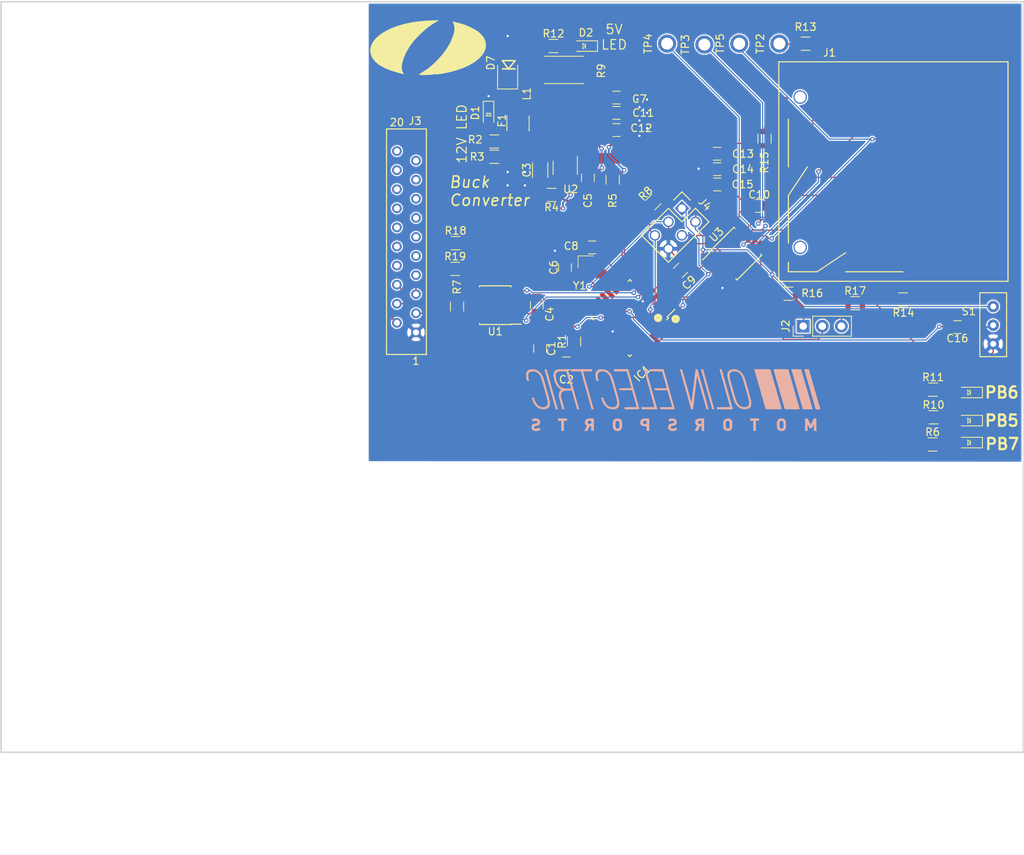
<source format=kicad_pcb>
(kicad_pcb (version 20171130) (host pcbnew 5.0.2-bee76a0~70~ubuntu18.04.1)
  (layers (0 F.Cu signal) (31 B.Cu signal) (34 B.Paste user) (35 F.Paste user) (36 B.SilkS user) (37 F.SilkS user) (38 B.Mask user) (39 F.Mask user) (44 Edge.Cuts user))
  (net 0 "")
  (net 1 GND)
  (net 2 VCC)
  (net 3 "Net-(D2-Pad2)")
  (net 4 /12V_Fused)
  (net 5 "Net-(C5-Pad1)")
  (net 6 "Net-(C5-Pad2)")
  (net 7 "Net-(C11-Pad1)")
  (net 8 "Net-(D1-Pad2)")
  (net 9 +12V)
  (net 10 "Net-(R3-Pad2)")
  (net 11 "Net-(R4-Pad1)")
  (net 12 "Net-(C2-Pad1)")
  (net 13 "Net-(C6-Pad1)")
  (net 14 "Net-(C8-Pad1)")
  (net 15 +3V3)
  (net 16 /SWITCH)
  (net 17 "Net-(C16-Pad1)")
  (net 18 "Net-(D3-Pad2)")
  (net 19 "Net-(D4-Pad2)")
  (net 20 "Net-(D5-Pad2)")
  (net 21 /MISO)
  (net 22 /MOSI)
  (net 23 /SS)
  (net 24 /TXCAN)
  (net 25 /RXCAN)
  (net 26 "Net-(IC1-Pad8)")
  (net 27 "Net-(IC1-Pad9)")
  (net 28 /SCK)
  (net 29 "Net-(IC1-Pad14)")
  (net 30 "Net-(IC1-Pad15)")
  (net 31 "Net-(IC1-Pad16)")
  (net 32 "Net-(IC1-Pad17)")
  (net 33 "Net-(IC1-Pad18)")
  (net 34 "Net-(IC1-Pad21)")
  (net 35 "Net-(IC1-Pad22)")
  (net 36 "Net-(IC1-Pad23)")
  (net 37 "Net-(IC1-Pad24)")
  (net 38 "Net-(IC1-Pad25)")
  (net 39 /PLED1)
  (net 40 /PLED2)
  (net 41 /PLED3)
  (net 42 "Net-(IC1-Pad29)")
  (net 43 "Net-(IC1-Pad30)")
  (net 44 /RESET)
  (net 45 "Net-(IC1-Pad32)")
  (net 46 /SS_3V3)
  (net 47 /MOSI_3V3)
  (net 48 /SCK_3V3)
  (net 49 /MISO_3V3)
  (net 50 "Net-(J1-Pad8)")
  (net 51 "Net-(J1-Pad9)")
  (net 52 "Net-(J1-Pad11)")
  (net 53 "Net-(J1-Pad12)")
  (net 54 "Net-(J2-Pad1)")
  (net 55 "Net-(J2-Pad2)")
  (net 56 "Net-(J2-Pad3)")
  (net 57 /LED_1)
  (net 58 /CANH)
  (net 59 "Net-(J3-Pad7)")
  (net 60 /CANL)
  (net 61 /LED_2)
  (net 62 "Net-(J3-Pad8)")
  (net 63 "Net-(J3-Pad9)")
  (net 64 "Net-(J3-Pad10)")
  (net 65 "Net-(J3-Pad11)")
  (net 66 "Net-(J3-Pad12)")
  (net 67 "Net-(J3-Pad13)")
  (net 68 "Net-(J3-Pad14)")
  (net 69 "Net-(J3-Pad15)")
  (net 70 "Net-(J3-Pad16)")
  (net 71 "Net-(J3-Pad17)")
  (net 72 "Net-(J3-Pad18)")
  (net 73 "Net-(J3-Pad19)")
  (net 74 "Net-(J3-Pad20)")
  (net 75 "Net-(U1-Pad5)")
  (net 76 "Net-(U3-Pad6)")
  (net 77 "Net-(U3-Pad9)")
  (module footprints:C_0805_OEM (layer F.Cu) (at 107.8865 66.421 90)
    (fp_text reference C5 (at -3.048 0 90) (layer F.SilkS))
    (fp_text value C_0.1uF hide)
    (pad 1 smd rect (at -1 0 90) (size 1 1.25) (layers F.Cu F.Paste F.Mask) (net 5 "Net-(C5-Pad1)"))
    (pad 2 smd rect (at 1 0 90) (size 1 1.25) (layers F.Cu F.Paste F.Mask) (net 6 "Net-(C5-Pad2)"))
  )
  (module footprints:C_0805_OEM (layer F.Cu) (at 111.6965 57.785)
    (fp_text reference C11 (at 3.556 0) (layer F.SilkS))
    (fp_text value C_1uF hide)
    (pad 1 smd rect (at -1 0) (size 1 1.25) (layers F.Cu F.Paste F.Mask) (net 7 "Net-(C11-Pad1)"))
    (pad 2 smd rect (at 1 0) (size 1 1.25) (layers F.Cu F.Paste F.Mask) (net 1 GND))
  )
  (module footprints:C_0805_OEM (layer F.Cu) (at 111.6965 60.071)
    (fp_text reference C12 (at 3.302 -0.254) (layer F.SilkS))
    (fp_text value C_0.1uF hide)
    (pad 1 smd rect (at -1 0) (size 1 1.25) (layers F.Cu F.Paste F.Mask) (net 7 "Net-(C11-Pad1)"))
    (pad 2 smd rect (at 1 0) (size 1 1.25) (layers F.Cu F.Paste F.Mask) (net 1 GND))
  )
  (module footprints:LED_0805_OEM (layer F.Cu) (at 107.3785 48.895 180)
    (fp_text reference D2 (at -0.254 1.778) (layer F.SilkS))
    (fp_text value LED_0805 hide)
    (pad 2 smd rect (at 1.1 0) (size 1.2 1.2) (layers F.Cu F.Paste F.Mask) (net 3 "Net-(D2-Pad2)"))
    (pad 1 smd rect (at -1.1 0) (size 1.2 1.2) (layers F.Cu F.Paste F.Mask) (net 1 GND))
  )
  (module footprints:Fuse_1210 (layer F.Cu) (at 98.596 59.1875 270)
    (fp_text reference F1 (at -0.3865 2.1395 90) (layer F.SilkS))
    (fp_text value 500mA hide)
    (pad 1 smd rect (at -1.45 0 270) (size 0.9 2.5) (layers F.Cu F.Paste F.Mask) (net 9 +12V))
    (pad 2 smd rect (at 1.45 0 270) (size 0.9 2.5) (layers F.Cu F.Paste F.Mask) (net 4 /12V_Fused))
  )
  (module footprints:4.7uH_Inductor_OEM (layer F.Cu) (at 104.902 58.4835 90)
    (fp_text reference L1 (at 3.2385 -5.1435 90) (layer F.SilkS))
    (fp_text value L_4.7uH hide)
    (pad 1 smd rect (at -2.35 0 90) (size 3.3 8.2) (layers F.Cu F.Paste F.Mask) (net 6 "Net-(C5-Pad2)"))
    (pad 2 smd rect (at 2.35 0 90) (size 3.3 8.2) (layers F.Cu F.Paste F.Mask) (net 7 "Net-(C11-Pad1)"))
  )
  (module footprints:R_0805_OEM (layer F.Cu) (at 95.4405 61.595 180)
    (fp_text reference R2 (at 2.54 0.254 180) (layer F.SilkS))
    (fp_text value R_1k hide)
    (pad 1 smd rect (at -0.95 0 180) (size 0.7 1.3) (layers F.Cu F.Paste F.Mask) (net 4 /12V_Fused))
    (pad 2 smd rect (at 0.95 0 180) (size 0.7 1.3) (layers F.Cu F.Paste F.Mask) (net 8 "Net-(D1-Pad2)"))
  )
  (module footprints:R_0805_OEM (layer F.Cu) (at 95.4405 63.627 180)
    (fp_text reference R3 (at 2.286 0) (layer F.SilkS))
    (fp_text value R_10k hide)
    (pad 1 smd rect (at -0.95 0 180) (size 0.7 1.3) (layers F.Cu F.Paste F.Mask) (net 4 /12V_Fused))
    (pad 2 smd rect (at 0.95 0 180) (size 0.7 1.3) (layers F.Cu F.Paste F.Mask) (net 10 "Net-(R3-Pad2)"))
  )
  (module footprints:R_0805_OEM (layer F.Cu) (at 103.3145 48.895)
    (fp_text reference R12 (at 0 -1.65) (layer F.SilkS))
    (fp_text value R_200 hide)
    (pad 1 smd rect (at -0.95 0) (size 0.7 1.3) (layers F.Cu F.Paste F.Mask) (net 2 VCC))
    (pad 2 smd rect (at 0.95 0) (size 0.7 1.3) (layers F.Cu F.Paste F.Mask) (net 3 "Net-(D2-Pad2)"))
  )
  (module footprints:SOT-23-6_OEM (layer F.Cu) (at 104.8766 65.0875 270)
    (fp_text reference U2 (at 2.8575 -0.7239) (layer F.SilkS))
    (fp_text value TPS561201 hide)
    (pad 1 smd rect (at -1.1 -0.95 270) (size 1.06 0.65) (layers F.Cu F.Paste F.Mask) (net 1 GND))
    (pad 2 smd rect (at -1.1 0 270) (size 1.06 0.65) (layers F.Cu F.Paste F.Mask) (net 6 "Net-(C5-Pad2)"))
    (pad 3 smd rect (at -1.1 0.95 270) (size 1.06 0.65) (layers F.Cu F.Paste F.Mask) (net 4 /12V_Fused))
    (pad 4 smd rect (at 1.1 0.95 270) (size 1.06 0.65) (layers F.Cu F.Paste F.Mask) (net 11 "Net-(R4-Pad1)"))
    (pad 6 smd rect (at 1.1 -0.95 270) (size 1.06 0.65) (layers F.Cu F.Paste F.Mask) (net 5 "Net-(C5-Pad1)"))
    (pad 5 smd rect (at 1.1 0 270) (size 1.06 0.65) (layers F.Cu F.Paste F.Mask) (net 10 "Net-(R3-Pad2)"))
  )
  (module footprints:C_1206_OEM (layer F.Cu) (at 101.5365 65.405 270)
    (fp_text reference C3 (at 0 1.778 270) (layer F.SilkS))
    (fp_text value C_22uF hide)
    (pad 1 smd rect (at -1.5 0 270) (size 1 1.6) (layers F.Cu F.Paste F.Mask) (net 4 /12V_Fused))
    (pad 2 smd rect (at 1.5 0 270) (size 1 1.6) (layers F.Cu F.Paste F.Mask) (net 1 GND))
  )
  (module footprints:C_0805_OEM (layer F.Cu) (at 111.6965 55.753)
    (fp_text reference C7 (at 3.052 0.183) (layer F.SilkS))
    (fp_text value C_47uF hide)
    (pad 1 smd rect (at -1 0) (size 1 1.25) (layers F.Cu F.Paste F.Mask) (net 7 "Net-(C11-Pad1)"))
    (pad 2 smd rect (at 1 0) (size 1 1.25) (layers F.Cu F.Paste F.Mask) (net 1 GND))
  )
  (module footprints:LED_0805_OEM (layer F.Cu) (at 94.6785 58.039 270)
    (fp_text reference D1 (at -0.254 1.778 270) (layer F.SilkS))
    (fp_text value LED_0805 hide)
    (pad 2 smd rect (at 1.1 0 90) (size 1.2 1.2) (layers F.Cu F.Paste F.Mask) (net 8 "Net-(D1-Pad2)"))
    (pad 1 smd rect (at -1.1 0 90) (size 1.2 1.2) (layers F.Cu F.Paste F.Mask) (net 1 GND))
  )
  (module footprints:DO-214AA (layer F.Cu) (at 97.2185 51.435 90)
    (fp_text reference D7 (at 0.3 -2.25 90) (layer F.SilkS))
    (fp_text value D_Zener_18V hide)
    (pad 2 smd rect (at 2.032 0 270) (size 1.778 2.159) (layers F.Cu F.Paste F.Mask) (net 1 GND))
    (pad 1 smd rect (at -2.032 0 270) (size 1.778 2.159) (layers F.Cu F.Paste F.Mask) (net 9 +12V))
  )
  (module footprints:R_2512_OEM (layer F.Cu) (at 104.7115 52.07)
    (fp_text reference R9 (at 4.953 0.127 90) (layer F.SilkS))
    (fp_text value R_0_Jumper hide)
    (pad 1 smd rect (at -3.1 0) (size 1 3.2) (layers F.Cu F.Paste F.Mask) (net 2 VCC))
    (pad 2 smd rect (at 3.1 0) (size 1 3.2) (layers F.Cu F.Paste F.Mask) (net 7 "Net-(C11-Pad1)"))
  )
  (module footprints:R_0805_OEM (layer F.Cu) (at 103.0605 68.707 180)
    (fp_text reference R4 (at 0 -1.65 180) (layer F.SilkS))
    (fp_text value R_10k hide)
    (pad 1 smd rect (at -0.95 0 180) (size 0.7 1.3) (layers F.Cu F.Paste F.Mask) (net 11 "Net-(R4-Pad1)"))
    (pad 2 smd rect (at 0.95 0 180) (size 0.7 1.3) (layers F.Cu F.Paste F.Mask) (net 1 GND))
  )
  (module footprints:R_0805_OEM (layer F.Cu) (at 111.1885 66.675 90)
    (fp_text reference R5 (at -2.794 0 90) (layer F.SilkS))
    (fp_text value R_51.1k hide)
    (pad 1 smd rect (at -0.95 0 90) (size 0.7 1.3) (layers F.Cu F.Paste F.Mask) (net 11 "Net-(R4-Pad1)"))
    (pad 2 smd rect (at 0.95 0 90) (size 0.7 1.3) (layers F.Cu F.Paste F.Mask) (net 7 "Net-(C11-Pad1)"))
  )
  (module footprints:C_0805_OEM (layer F.Cu) (at 101.5365 89.154 270)
    (fp_text reference C1 (at 0 -1.5 270) (layer F.SilkS))
    (fp_text value C_0.1uF hide)
    (pad 2 smd rect (at 1 0 270) (size 1 1.25) (layers F.Cu F.Paste F.Mask) (net 1 GND))
    (pad 1 smd rect (at -1 0 270) (size 1 1.25) (layers F.Cu F.Paste F.Mask) (net 2 VCC))
  )
  (module footprints:C_0805_OEM (layer F.Cu) (at 105.029 91.1225 180)
    (fp_text reference C2 (at 0 -2.159 180) (layer F.SilkS))
    (fp_text value C_100pF hide)
    (pad 1 smd rect (at -1 0 180) (size 1 1.25) (layers F.Cu F.Paste F.Mask) (net 12 "Net-(C2-Pad1)"))
    (pad 2 smd rect (at 1 0 180) (size 1 1.25) (layers F.Cu F.Paste F.Mask) (net 1 GND))
  )
  (module footprints:C_0805_OEM (layer F.Cu) (at 101.092 83.3755 270)
    (fp_text reference C4 (at 1.2065 -1.7145 270) (layer F.SilkS))
    (fp_text value C_0.1uF hide)
    (pad 1 smd rect (at -1 0 270) (size 1 1.25) (layers F.Cu F.Paste F.Mask) (net 2 VCC))
    (pad 2 smd rect (at 1 0 270) (size 1 1.25) (layers F.Cu F.Paste F.Mask) (net 1 GND))
  )
  (module footprints:C_0805_OEM (layer F.Cu) (at 104.8385 78.359 90)
    (fp_text reference C6 (at 0 -1.5 90) (layer F.SilkS))
    (fp_text value C_30pF hide)
    (pad 2 smd rect (at 1 0 90) (size 1 1.25) (layers F.Cu F.Paste F.Mask) (net 1 GND))
    (pad 1 smd rect (at -1 0 90) (size 1 1.25) (layers F.Cu F.Paste F.Mask) (net 13 "Net-(C6-Pad1)"))
  )
  (module footprints:C_0805_OEM (layer F.Cu) (at 108.458 75.692 180)
    (fp_text reference C8 (at 2.794 0.1905 180) (layer F.SilkS))
    (fp_text value C_30pF hide)
    (pad 1 smd rect (at -1 0 180) (size 1 1.25) (layers F.Cu F.Paste F.Mask) (net 14 "Net-(C8-Pad1)"))
    (pad 2 smd rect (at 1 0 180) (size 1 1.25) (layers F.Cu F.Paste F.Mask) (net 1 GND))
  )
  (module footprints:C_0805_OEM (layer F.Cu) (at 120.2055 78.74 225)
    (fp_text reference C9 (at 0.35921 -1.975656 225) (layer F.SilkS))
    (fp_text value C_0.1uF hide)
    (pad 1 smd rect (at -1 0 225) (size 1 1.25) (layers F.Cu F.Paste F.Mask) (net 2 VCC))
    (pad 2 smd rect (at 1 0 225) (size 1 1.25) (layers F.Cu F.Paste F.Mask) (net 1 GND))
  )
  (module footprints:C_0805_OEM (layer F.Cu) (at 130.683 70.1675)
    (fp_text reference C10 (at 0 -1.5) (layer F.SilkS))
    (fp_text value C_0.1uF hide)
    (pad 1 smd rect (at -1 0) (size 1 1.25) (layers F.Cu F.Paste F.Mask) (net 15 +3V3))
    (pad 2 smd rect (at 1 0) (size 1 1.25) (layers F.Cu F.Paste F.Mask) (net 1 GND))
  )
  (module footprints:C_0805_OEM (layer F.Cu) (at 125.071999 63.224499 180)
    (fp_text reference C13 (at -3.452001 -0.021501 180) (layer F.SilkS))
    (fp_text value C_10uF hide)
    (pad 2 smd rect (at 1 0 180) (size 1 1.25) (layers F.Cu F.Paste F.Mask) (net 1 GND))
    (pad 1 smd rect (at -1 0 180) (size 1 1.25) (layers F.Cu F.Paste F.Mask) (net 15 +3V3))
  )
  (module footprints:C_0805_OEM (layer F.Cu) (at 125.095 65.278 180)
    (fp_text reference C14 (at -3.429 0 180) (layer F.SilkS))
    (fp_text value C_1uF hide)
    (pad 2 smd rect (at 1 0 180) (size 1 1.25) (layers F.Cu F.Paste F.Mask) (net 1 GND))
    (pad 1 smd rect (at -1 0 180) (size 1 1.25) (layers F.Cu F.Paste F.Mask) (net 15 +3V3))
  )
  (module footprints:C_0805_OEM (layer F.Cu) (at 125.095 67.31 180)
    (fp_text reference C15 (at -3.3655 0 180) (layer F.SilkS))
    (fp_text value C_0.1uF hide)
    (pad 1 smd rect (at -1 0 180) (size 1 1.25) (layers F.Cu F.Paste F.Mask) (net 15 +3V3))
    (pad 2 smd rect (at 1 0 180) (size 1 1.25) (layers F.Cu F.Paste F.Mask) (net 1 GND))
  )
  (module footprints:C_0805_OEM (layer F.Cu) (at 157.0355 86.2965 180)
    (fp_text reference C16 (at 0 -1.5 180) (layer F.SilkS))
    (fp_text value C_0.1uF hide)
    (pad 2 smd rect (at 1 0 180) (size 1 1.25) (layers F.Cu F.Paste F.Mask) (net 16 /SWITCH))
    (pad 1 smd rect (at -1 0 180) (size 1 1.25) (layers F.Cu F.Paste F.Mask) (net 17 "Net-(C16-Pad1)"))
  )
  (module footprints:LED_0805_OEM (layer F.Cu) (at 158.5595 101.6635 180)
    (fp_text reference D3 hide)
    (fp_text value LED_0805 hide)
    (pad 2 smd rect (at 1.1 0) (size 1.2 1.2) (layers F.Cu F.Paste F.Mask) (net 18 "Net-(D3-Pad2)"))
    (pad 1 smd rect (at -1.1 0) (size 1.2 1.2) (layers F.Cu F.Paste F.Mask) (net 1 GND))
  )
  (module footprints:LED_0805_OEM (layer F.Cu) (at 158.5595 98.7425 180)
    (fp_text reference D4 hide)
    (fp_text value LED_0805 hide)
    (pad 1 smd rect (at -1.1 0) (size 1.2 1.2) (layers F.Cu F.Paste F.Mask) (net 1 GND))
    (pad 2 smd rect (at 1.1 0) (size 1.2 1.2) (layers F.Cu F.Paste F.Mask) (net 19 "Net-(D4-Pad2)"))
  )
  (module footprints:LED_0805_OEM (layer F.Cu) (at 158.5595 94.996 180)
    (fp_text reference D5 hide)
    (fp_text value LED_0805 hide)
    (pad 2 smd rect (at 1.1 0) (size 1.2 1.2) (layers F.Cu F.Paste F.Mask) (net 20 "Net-(D5-Pad2)"))
    (pad 1 smd rect (at -1.1 0) (size 1.2 1.2) (layers F.Cu F.Paste F.Mask) (net 1 GND))
  )
  (module footprints:TQFP-32_7x7mm_Pitch0.8mm (layer F.Cu) (at 113.4745 85.09 225)
    (fp_text reference IC1 (at 4.041115 -6.375982 225) (layer F.SilkS))
    (fp_text value ATMEGA16M1 hide)
    (pad 1 smd rect (at -4.25 -2.8 225) (size 1.6 0.55) (layers F.Cu F.Paste F.Mask) (net 21 /MISO))
    (pad 2 smd rect (at -4.25 -2 225) (size 1.6 0.55) (layers F.Cu F.Paste F.Mask) (net 22 /MOSI))
    (pad 3 smd rect (at -4.25 -1.2 225) (size 1.6 0.55) (layers F.Cu F.Paste F.Mask) (net 23 /SS))
    (pad 4 smd rect (at -4.25 -0.4 225) (size 1.6 0.55) (layers F.Cu F.Paste F.Mask) (net 2 VCC))
    (pad 5 smd rect (at -4.25 0.4 225) (size 1.6 0.55) (layers F.Cu F.Paste F.Mask) (net 1 GND))
    (pad 6 smd rect (at -4.25 1.2 225) (size 1.6 0.55) (layers F.Cu F.Paste F.Mask) (net 24 /TXCAN))
    (pad 7 smd rect (at -4.25 2 225) (size 1.6 0.55) (layers F.Cu F.Paste F.Mask) (net 25 /RXCAN))
    (pad 8 smd rect (at -4.25 2.8 225) (size 1.6 0.55) (layers F.Cu F.Paste F.Mask) (net 26 "Net-(IC1-Pad8)"))
    (pad 9 smd rect (at -2.8 4.25 315) (size 1.6 0.55) (layers F.Cu F.Paste F.Mask) (net 27 "Net-(IC1-Pad9)"))
    (pad 10 smd rect (at -2 4.25 315) (size 1.6 0.55) (layers F.Cu F.Paste F.Mask) (net 14 "Net-(C8-Pad1)"))
    (pad 11 smd rect (at -1.2 4.25 315) (size 1.6 0.55) (layers F.Cu F.Paste F.Mask) (net 13 "Net-(C6-Pad1)"))
    (pad 12 smd rect (at -0.4 4.25 315) (size 1.6 0.55) (layers F.Cu F.Paste F.Mask) (net 28 /SCK))
    (pad 13 smd rect (at 0.4 4.25 315) (size 1.6 0.55) (layers F.Cu F.Paste F.Mask) (net 16 /SWITCH))
    (pad 14 smd rect (at 1.2 4.25 315) (size 1.6 0.55) (layers F.Cu F.Paste F.Mask) (net 29 "Net-(IC1-Pad14)"))
    (pad 15 smd rect (at 2 4.25 315) (size 1.6 0.55) (layers F.Cu F.Paste F.Mask) (net 30 "Net-(IC1-Pad15)"))
    (pad 16 smd rect (at 2.8 4.25 315) (size 1.6 0.55) (layers F.Cu F.Paste F.Mask) (net 31 "Net-(IC1-Pad16)"))
    (pad 17 smd rect (at 4.25 2.8 225) (size 1.6 0.55) (layers F.Cu F.Paste F.Mask) (net 32 "Net-(IC1-Pad17)"))
    (pad 18 smd rect (at 4.25 2 225) (size 1.6 0.55) (layers F.Cu F.Paste F.Mask) (net 33 "Net-(IC1-Pad18)"))
    (pad 19 smd rect (at 4.25 1.2 225) (size 1.6 0.55) (layers F.Cu F.Paste F.Mask) (net 12 "Net-(C2-Pad1)"))
    (pad 20 smd rect (at 4.25 0.4 225) (size 1.6 0.55) (layers F.Cu F.Paste F.Mask) (net 1 GND))
    (pad 21 smd rect (at 4.25 -0.4 225) (size 1.6 0.55) (layers F.Cu F.Paste F.Mask) (net 34 "Net-(IC1-Pad21)"))
    (pad 22 smd rect (at 4.25 -1.2 225) (size 1.6 0.55) (layers F.Cu F.Paste F.Mask) (net 35 "Net-(IC1-Pad22)"))
    (pad 23 smd rect (at 4.25 -2 225) (size 1.6 0.55) (layers F.Cu F.Paste F.Mask) (net 36 "Net-(IC1-Pad23)"))
    (pad 24 smd rect (at 4.25 -2.8 225) (size 1.6 0.55) (layers F.Cu F.Paste F.Mask) (net 37 "Net-(IC1-Pad24)"))
    (pad 25 smd rect (at 2.8 -4.25 315) (size 1.6 0.55) (layers F.Cu F.Paste F.Mask) (net 38 "Net-(IC1-Pad25)"))
    (pad 26 smd rect (at 2 -4.25 315) (size 1.6 0.55) (layers F.Cu F.Paste F.Mask) (net 39 /PLED1))
    (pad 27 smd rect (at 1.2 -4.25 315) (size 1.6 0.55) (layers F.Cu F.Paste F.Mask) (net 40 /PLED2))
    (pad 28 smd rect (at 0.4 -4.25 315) (size 1.6 0.55) (layers F.Cu F.Paste F.Mask) (net 41 /PLED3))
    (pad 29 smd rect (at -0.4 -4.25 315) (size 1.6 0.55) (layers F.Cu F.Paste F.Mask) (net 42 "Net-(IC1-Pad29)"))
    (pad 30 smd rect (at -1.2 -4.25 315) (size 1.6 0.55) (layers F.Cu F.Paste F.Mask) (net 43 "Net-(IC1-Pad30)"))
    (pad 31 smd rect (at -2 -4.25 315) (size 1.6 0.55) (layers F.Cu F.Paste F.Mask) (net 44 /RESET))
    (pad 32 smd rect (at -2.8 -4.25 315) (size 1.6 0.55) (layers F.Cu F.Paste F.Mask) (net 45 "Net-(IC1-Pad32)"))
  )
  (module footprints:sd_socket_molex_5009980900 (layer F.Cu) (at 148.5265 66.2305 270)
    (fp_text reference J1 (at -16.4465 8.509) (layer F.SilkS))
    (fp_text value SD_socket)
    (pad 1 smd rect (at -7.5 0.8 270) (size 1.1 2.5) (layers F.Cu F.Paste F.Mask) (net 46 /SS_3V3))
    (pad 2 smd rect (at -5 0.3 270) (size 1.1 2.5) (layers F.Cu F.Paste F.Mask) (net 47 /MOSI_3V3))
    (pad 3 smd rect (at -2.5 0 270) (size 1.1 2.5) (layers F.Cu F.Paste F.Mask) (net 1 GND))
    (pad 4 smd rect (at 0 0 270) (size 1.1 2.5) (layers F.Cu F.Paste F.Mask) (net 15 +3V3))
    (pad 5 smd rect (at 2.5 0.3 270) (size 1.1 2.5) (layers F.Cu F.Paste F.Mask) (net 48 /SCK_3V3))
    (pad 6 smd rect (at 5 0.3 270) (size 1.1 2.5) (layers F.Cu F.Paste F.Mask) (net 1 GND))
    (pad 7 smd rect (at 7.5 0.3 270) (size 1.1 2.5) (layers F.Cu F.Paste F.Mask) (net 49 /MISO_3V3))
    (pad 8 smd rect (at 9.125 0.3 270) (size 1.1 2.5) (layers F.Cu F.Paste F.Mask) (net 50 "Net-(J1-Pad8)"))
    (pad 9 smd rect (at -10 -2.1 270) (size 1.1 2.5) (layers F.Cu F.Paste F.Mask) (net 51 "Net-(J1-Pad9)"))
    (pad 10 smd rect (at 10 14.9 270) (size 2.8 1.7) (layers F.Cu F.Paste F.Mask) (net 2 VCC))
    (pad 11 smd rect (at 12.6 -2.2 270) (size 1.95 2.3) (layers F.Cu F.Paste F.Mask) (net 52 "Net-(J1-Pad11)"))
    (pad 12 smd rect (at -8.9 14.9 270) (size 3.3 1.7) (layers F.Cu F.Paste F.Mask) (net 53 "Net-(J1-Pad12)"))
    (pad "" thru_hole circle (at -10.55 12.4 270) (size 1.8 1.8) (drill 1.45) (layers *.Cu *.Mask))
    (pad "" thru_hole circle (at 9.45 12.4 270) (size 1.8 1.8) (drill 1.45) (layers *.Cu *.Mask))
    (pad "" smd rect (at 12.85 -8.2 270) (size 2.5 2.6) (layers F.Cu F.Paste F.Mask))
    (pad "" smd rect (at -14.55 -8.2 270) (size 2.5 2.6) (layers F.Cu F.Paste F.Mask))
  )
  (module Connector_PinHeader_2.54mm:PinHeader_1x03_P2.54mm_Vertical (layer F.Cu) (at 136.525 86.1695 90)
    (fp_text reference J2 (at 0 -2.33 90) (layer F.SilkS))
    (fp_text value Conn_01x03)
    (pad 1 thru_hole rect (at 0 0 90) (size 1.7 1.7) (drill 1) (layers *.Cu *.Mask) (net 54 "Net-(J2-Pad1)"))
    (pad 2 thru_hole oval (at 0 2.54 90) (size 1.7 1.7) (drill 1) (layers *.Cu *.Mask) (net 55 "Net-(J2-Pad2)"))
    (pad 3 thru_hole oval (at 0 5.08 90) (size 1.7 1.7) (drill 1) (layers *.Cu *.Mask) (net 56 "Net-(J2-Pad3)"))
  )
  (module footprints:micromatch_female_ra_20 (layer F.Cu) (at 85.0265 81.915 180)
    (fp_text reference J3 (at 0.127 23.0505 180) (layer F.SilkS))
    (fp_text value MM_F_RA_20 hide)
    (fp_text user 20 (at 2.54 22.86 180) (layer F.SilkS))
    (fp_text user 1 (at 0 -8.89 180) (layer F.SilkS))
    (pad 5 thru_hole circle (at 0 0 180) (size 1.3 1.3) (drill 0.8) (layers *.Cu *.Mask) (net 57 /LED_1))
    (pad 3 thru_hole circle (at 0 -2.54 180) (size 1.3 1.3) (drill 0.8) (layers *.Cu *.Mask) (net 58 /CANH))
    (pad 1 thru_hole circle (at 0 -5.08 180) (size 1.3 1.3) (drill 0.8) (layers *.Cu *.Mask) (net 1 GND))
    (pad 7 thru_hole circle (at 0 2.54 180) (size 1.3 1.3) (drill 0.8) (layers *.Cu *.Mask) (net 59 "Net-(J3-Pad7)"))
    (pad 2 thru_hole circle (at 2.54 -3.81 180) (size 1.3 1.3) (drill 0.8) (layers *.Cu *.Mask) (net 9 +12V))
    (pad 4 thru_hole circle (at 2.54 -1.27 180) (size 1.3 1.3) (drill 0.8) (layers *.Cu *.Mask) (net 60 /CANL))
    (pad 6 thru_hole circle (at 2.54 1.27 180) (size 1.3 1.3) (drill 0.8) (layers *.Cu *.Mask) (net 61 /LED_2))
    (pad 8 thru_hole circle (at 2.54 3.81 180) (size 1.3 1.3) (drill 0.8) (layers *.Cu *.Mask) (net 62 "Net-(J3-Pad8)"))
    (pad 9 thru_hole circle (at 0 5.08 180) (size 1.3 1.3) (drill 0.8) (layers *.Cu *.Mask) (net 63 "Net-(J3-Pad9)"))
    (pad 10 thru_hole circle (at 2.54 6.35 180) (size 1.3 1.3) (drill 0.8) (layers *.Cu *.Mask) (net 64 "Net-(J3-Pad10)"))
    (pad 11 thru_hole circle (at 0 7.62 180) (size 1.3 1.3) (drill 0.8) (layers *.Cu *.Mask) (net 65 "Net-(J3-Pad11)"))
    (pad 12 thru_hole circle (at 2.54 8.89 180) (size 1.3 1.3) (drill 0.8) (layers *.Cu *.Mask) (net 66 "Net-(J3-Pad12)"))
    (pad 13 thru_hole circle (at 0 10.16 180) (size 1.3 1.3) (drill 0.8) (layers *.Cu *.Mask) (net 67 "Net-(J3-Pad13)"))
    (pad 14 thru_hole circle (at 2.54 11.43 180) (size 1.3 1.3) (drill 0.8) (layers *.Cu *.Mask) (net 68 "Net-(J3-Pad14)"))
    (pad 15 thru_hole circle (at 0 12.7 180) (size 1.3 1.3) (drill 0.8) (layers *.Cu *.Mask) (net 69 "Net-(J3-Pad15)"))
    (pad 16 thru_hole circle (at 2.54 13.97 180) (size 1.3 1.3) (drill 0.8) (layers *.Cu *.Mask) (net 70 "Net-(J3-Pad16)"))
    (pad 17 thru_hole circle (at 0 15.24 180) (size 1.3 1.3) (drill 0.8) (layers *.Cu *.Mask) (net 71 "Net-(J3-Pad17)"))
    (pad 18 thru_hole circle (at 2.54 16.51 180) (size 1.3 1.3) (drill 0.8) (layers *.Cu *.Mask) (net 72 "Net-(J3-Pad18)"))
    (pad 19 thru_hole circle (at 0 17.78 180) (size 1.3 1.3) (drill 0.8) (layers *.Cu *.Mask) (net 73 "Net-(J3-Pad19)"))
    (pad 20 thru_hole circle (at 2.54 19.05 180) (size 1.3 1.3) (drill 0.8) (layers *.Cu *.Mask) (net 74 "Net-(J3-Pad20)"))
  )
  (module footprints:Pin_Header_Straight_2x03 (layer F.Cu) (at 120.396 70.485 315)
    (fp_text reference J4 (at 1.778 -2.54 315) (layer F.SilkS))
    (fp_text value CONN_02X03 hide)
    (pad 1 thru_hole rect (at 0 0 315) (size 1.4 1.4) (drill 1.016) (layers *.Cu *.Mask) (net 21 /MISO))
    (pad 2 thru_hole circle (at 2.54 0 315) (size 1.4 1.4) (drill 1.016) (layers *.Cu *.Mask) (net 2 VCC))
    (pad 3 thru_hole circle (at 0 2.54 315) (size 1.4 1.4) (drill 1.016) (layers *.Cu *.Mask) (net 28 /SCK))
    (pad 4 thru_hole circle (at 2.54 2.54 315) (size 1.4 1.4) (drill 1.016) (layers *.Cu *.Mask) (net 22 /MOSI))
    (pad 5 thru_hole circle (at 0 5.079999 315) (size 1.4 1.4) (drill 1.016) (layers *.Cu *.Mask) (net 44 /RESET))
    (pad 6 thru_hole circle (at 2.54 5.08 315) (size 1.4 1.4) (drill 1.016) (layers *.Cu *.Mask) (net 1 GND))
  )
  (module footprints:R_0805_OEM (layer F.Cu) (at 106.045 88.2015 270)
    (fp_text reference R1 (at 0 1.5875 270) (layer F.SilkS))
    (fp_text value R_100 hide)
    (pad 1 smd rect (at -0.95 0 270) (size 0.7 1.3) (layers F.Cu F.Paste F.Mask) (net 2 VCC))
    (pad 2 smd rect (at 0.95 0 270) (size 0.7 1.3) (layers F.Cu F.Paste F.Mask) (net 12 "Net-(C2-Pad1)"))
  )
  (module footprints:R_0805_OEM (layer F.Cu) (at 153.7335 101.9175)
    (fp_text reference R6 (at 0 -1.65) (layer F.SilkS))
    (fp_text value R_200 hide)
    (pad 2 smd rect (at 0.95 0) (size 0.7 1.3) (layers F.Cu F.Paste F.Mask) (net 18 "Net-(D3-Pad2)"))
    (pad 1 smd rect (at -0.95 0) (size 0.7 1.3) (layers F.Cu F.Paste F.Mask) (net 39 /PLED1))
  )
  (module footprints:R_0805_OEM (layer F.Cu) (at 90.4875 83.566 90)
    (fp_text reference R7 (at 2.6035 0 90) (layer F.SilkS))
    (fp_text value R_120 hide)
    (pad 1 smd rect (at -0.95 0 90) (size 0.7 1.3) (layers F.Cu F.Paste F.Mask) (net 58 /CANH))
    (pad 2 smd rect (at 0.95 0 90) (size 0.7 1.3) (layers F.Cu F.Paste F.Mask) (net 60 /CANL))
  )
  (module footprints:R_0805_OEM (layer F.Cu) (at 116.586 69.6595 225)
    (fp_text reference R8 (at -0.089803 1.526644 225) (layer F.SilkS))
    (fp_text value R_10k hide)
    (pad 2 smd rect (at 0.949999 0 225) (size 0.7 1.3) (layers F.Cu F.Paste F.Mask) (net 44 /RESET))
    (pad 1 smd rect (at -0.949999 0 225) (size 0.7 1.3) (layers F.Cu F.Paste F.Mask) (net 2 VCC))
  )
  (module footprints:R_0805_OEM (layer F.Cu) (at 153.8605 98.298)
    (fp_text reference R10 (at 0 -1.65) (layer F.SilkS))
    (fp_text value R_200 hide)
    (pad 1 smd rect (at -0.95 0) (size 0.7 1.3) (layers F.Cu F.Paste F.Mask) (net 40 /PLED2))
    (pad 2 smd rect (at 0.95 0) (size 0.7 1.3) (layers F.Cu F.Paste F.Mask) (net 19 "Net-(D4-Pad2)"))
  )
  (module footprints:R_0805_OEM (layer F.Cu) (at 153.797 94.615)
    (fp_text reference R11 (at 0 -1.65) (layer F.SilkS))
    (fp_text value R_200 hide)
    (pad 2 smd rect (at 0.95 0) (size 0.7 1.3) (layers F.Cu F.Paste F.Mask) (net 20 "Net-(D5-Pad2)"))
    (pad 1 smd rect (at -0.95 0) (size 0.7 1.3) (layers F.Cu F.Paste F.Mask) (net 41 /PLED3))
  )
  (module footprints:R_0805_OEM (layer F.Cu) (at 136.8425 48.5775 180)
    (fp_text reference R13 (at 0 2.2225 180) (layer F.SilkS))
    (fp_text value R_10K hide)
    (pad 1 smd rect (at -0.95 0 180) (size 0.7 1.3) (layers F.Cu F.Paste F.Mask) (net 15 +3V3))
    (pad 2 smd rect (at 0.95 0 180) (size 0.7 1.3) (layers F.Cu F.Paste F.Mask) (net 46 /SS_3V3))
  )
  (module footprints:R_0805_OEM (layer F.Cu) (at 149.7965 82.6135 180)
    (fp_text reference R14 (at -0.0635 -1.778 180) (layer F.SilkS))
    (fp_text value R_10K hide)
    (pad 1 smd rect (at -0.95 0 180) (size 0.7 1.3) (layers F.Cu F.Paste F.Mask) (net 52 "Net-(J1-Pad11)"))
    (pad 2 smd rect (at 0.95 0 180) (size 0.7 1.3) (layers F.Cu F.Paste F.Mask) (net 1 GND))
  )
  (module footprints:R_0805_OEM (layer F.Cu) (at 131.3815 61.214 270)
    (fp_text reference R15 (at 3.175 0 270) (layer F.SilkS))
    (fp_text value R_10K hide)
    (pad 2 smd rect (at 0.95 0 270) (size 0.7 1.3) (layers F.Cu F.Paste F.Mask) (net 1 GND))
    (pad 1 smd rect (at -0.95 0 270) (size 0.7 1.3) (layers F.Cu F.Paste F.Mask) (net 53 "Net-(J1-Pad12)"))
  )
  (module footprints:R_0805_OEM (layer F.Cu) (at 134.5565 81.8515)
    (fp_text reference R16 (at 3.175 -0.0635) (layer F.SilkS))
    (fp_text value R_10K hide)
    (pad 1 smd rect (at -0.95 0) (size 0.7 1.3) (layers F.Cu F.Paste F.Mask) (net 2 VCC))
    (pad 2 smd rect (at 0.95 0) (size 0.7 1.3) (layers F.Cu F.Paste F.Mask) (net 54 "Net-(J2-Pad1)"))
  )
  (module footprints:R_0805_OEM (layer F.Cu) (at 143.4465 83.1215)
    (fp_text reference R17 (at 0 -1.65) (layer F.SilkS))
    (fp_text value R_10K hide)
    (pad 2 smd rect (at 0.95 0) (size 0.7 1.3) (layers F.Cu F.Paste F.Mask) (net 1 GND))
    (pad 1 smd rect (at -0.95 0) (size 0.7 1.3) (layers F.Cu F.Paste F.Mask) (net 56 "Net-(J2-Pad3)"))
  )
  (module footprints:R_0805_OEM (layer F.Cu) (at 90.297 75.1205)
    (fp_text reference R18 (at 0 -1.65) (layer F.SilkS))
    (fp_text value R_200 hide)
    (pad 2 smd rect (at 0.95 0) (size 0.7 1.3) (layers F.Cu F.Paste F.Mask) (net 26 "Net-(IC1-Pad8)"))
    (pad 1 smd rect (at -0.95 0) (size 0.7 1.3) (layers F.Cu F.Paste F.Mask) (net 57 /LED_1))
  )
  (module footprints:R_0805_OEM (layer F.Cu) (at 90.2335 78.5495)
    (fp_text reference R19 (at 0 -1.65) (layer F.SilkS))
    (fp_text value R_200 hide)
    (pad 1 smd rect (at -0.95 0) (size 0.7 1.3) (layers F.Cu F.Paste F.Mask) (net 61 /LED_2))
    (pad 2 smd rect (at 0.95 0) (size 0.7 1.3) (layers F.Cu F.Paste F.Mask) (net 27 "Net-(IC1-Pad9)"))
  )
  (module footprints:MHSS1105 (layer F.Cu) (at 161.798 86.0425)
    (fp_text reference S1 (at -3.2385 -1.8415) (layer F.SilkS))
    (fp_text value MHSS1105)
    (pad 3 thru_hole circle (at 0 2.4892) (size 1.524 1.524) (drill 0.7874) (layers *.Cu *.Mask) (net 1 GND))
    (pad 2 thru_hole circle (at 0 0) (size 1.524 1.524) (drill 0.7874) (layers *.Cu *.Mask) (net 17 "Net-(C16-Pad1)"))
    (pad 1 thru_hole circle (at 0 -2.4892) (size 1.524 1.524) (drill 0.7874) (layers *.Cu *.Mask) (net 2 VCC))
  )
  (module footprints:tp_1.6mm (layer F.Cu) (at 133.351461 48.569958 270)
    (fp_text reference TP2 (at 0 2.54 270) (layer F.SilkS))
    (fp_text value TP)
    (pad 1 thru_hole circle (at 0 0 270) (size 2.4 2.4) (drill 1.6) (layers *.Cu *.Mask) (net 46 /SS_3V3))
  )
  (module footprints:tp_1.6mm (layer F.Cu) (at 123.381961 48.696958 270)
    (fp_text reference TP3 (at 0 2.54 270) (layer F.SilkS))
    (fp_text value TP)
    (pad 1 thru_hole circle (at 0 0 270) (size 2.4 2.4) (drill 1.6) (layers *.Cu *.Mask) (net 48 /SCK_3V3))
  )
  (module footprints:tp_1.6mm (layer F.Cu) (at 118.428961 48.569958 270)
    (fp_text reference TP4 (at 0 2.54 270) (layer F.SilkS))
    (fp_text value TP)
    (pad 1 thru_hole circle (at 0 0 270) (size 2.4 2.4) (drill 1.6) (layers *.Cu *.Mask) (net 49 /MISO_3V3))
  )
  (module footprints:tp_1.6mm (layer F.Cu) (at 128.017461 48.569958 270)
    (fp_text reference TP5 (at 0 2.54 270) (layer F.SilkS))
    (fp_text value TP)
    (pad 1 thru_hole circle (at 0 0 270) (size 2.4 2.4) (drill 1.6) (layers *.Cu *.Mask) (net 47 /MOSI_3V3))
  )
  (module footprints:SOIC-8_3.9x4.9mm_Pitch1.27mm_OEM (layer F.Cu) (at 95.5675 83.3755 180)
    (fp_text reference U1 (at 0 -3.5 180) (layer F.SilkS))
    (fp_text value CAN_Transceiver hide)
    (pad 1 smd rect (at -2.7 -1.905 180) (size 1.55 0.6) (layers F.Cu F.Paste F.Mask) (net 24 /TXCAN))
    (pad 2 smd rect (at -2.7 -0.635 180) (size 1.55 0.6) (layers F.Cu F.Paste F.Mask) (net 1 GND))
    (pad 3 smd rect (at -2.7 0.635 180) (size 1.55 0.6) (layers F.Cu F.Paste F.Mask) (net 2 VCC))
    (pad 4 smd rect (at -2.7 1.905 180) (size 1.55 0.6) (layers F.Cu F.Paste F.Mask) (net 25 /RXCAN))
    (pad 5 smd rect (at 2.7 1.905 180) (size 1.55 0.6) (layers F.Cu F.Paste F.Mask) (net 75 "Net-(U1-Pad5)"))
    (pad 6 smd rect (at 2.7 0.635 180) (size 1.55 0.6) (layers F.Cu F.Paste F.Mask) (net 60 /CANL))
    (pad 7 smd rect (at 2.7 -0.635 180) (size 1.55 0.6) (layers F.Cu F.Paste F.Mask) (net 58 /CANH))
    (pad 8 smd rect (at 2.7 -1.905 180) (size 1.55 0.6) (layers F.Cu F.Paste F.Mask) (net 1 GND))
  )
  (module Package_SO:TSSOP-14_4.4x5mm_P0.65mm (layer F.Cu) (at 127.508 76.5175 45)
    (fp_text reference U3 (at 0 -3.55 45) (layer F.SilkS))
    (fp_text value TXB0104)
    (pad 1 smd rect (at -2.95 -1.95 45) (size 1.45 0.45) (layers F.Cu F.Paste F.Mask) (net 2 VCC))
    (pad 2 smd rect (at -2.95 -1.3 45) (size 1.45 0.45) (layers F.Cu F.Paste F.Mask) (net 28 /SCK))
    (pad 3 smd rect (at -2.95 -0.649999 45) (size 1.45 0.45) (layers F.Cu F.Paste F.Mask) (net 21 /MISO))
    (pad 4 smd rect (at -2.95 0 45) (size 1.45 0.45) (layers F.Cu F.Paste F.Mask) (net 23 /SS))
    (pad 5 smd rect (at -2.95 0.649999 45) (size 1.45 0.45) (layers F.Cu F.Paste F.Mask) (net 22 /MOSI))
    (pad 6 smd rect (at -2.95 1.3 45) (size 1.45 0.45) (layers F.Cu F.Paste F.Mask) (net 76 "Net-(U3-Pad6)"))
    (pad 7 smd rect (at -2.95 1.95 45) (size 1.45 0.45) (layers F.Cu F.Paste F.Mask) (net 1 GND))
    (pad 8 smd rect (at 2.95 1.95 45) (size 1.45 0.45) (layers F.Cu F.Paste F.Mask) (net 55 "Net-(J2-Pad2)"))
    (pad 9 smd rect (at 2.95 1.3 45) (size 1.45 0.45) (layers F.Cu F.Paste F.Mask) (net 77 "Net-(U3-Pad9)"))
    (pad 10 smd rect (at 2.95 0.649999 45) (size 1.45 0.45) (layers F.Cu F.Paste F.Mask) (net 47 /MOSI_3V3))
    (pad 11 smd rect (at 2.95 0 45) (size 1.45 0.45) (layers F.Cu F.Paste F.Mask) (net 46 /SS_3V3))
    (pad 12 smd rect (at 2.95 -0.649999 45) (size 1.45 0.45) (layers F.Cu F.Paste F.Mask) (net 49 /MISO_3V3))
    (pad 13 smd rect (at 2.95 -1.3 45) (size 1.45 0.45) (layers F.Cu F.Paste F.Mask) (net 48 /SCK_3V3))
    (pad 14 smd rect (at 2.95 -1.95 45) (size 1.45 0.45) (layers F.Cu F.Paste F.Mask) (net 15 +3V3))
  )
  (module footprints:Crystal_SMD_FA238 (layer F.Cu) (at 108.585 78.4225)
    (fp_text reference Y1 (at -1.778 2.3495) (layer F.SilkS))
    (fp_text value Crystal_SMD hide)
    (pad 1 smd rect (at -1.1 0.8) (size 1.4 1.2) (layers F.Cu F.Mask) (net 13 "Net-(C6-Pad1)"))
    (pad 2 smd rect (at 1.1 0.8) (size 1.4 1.2) (layers F.Cu F.Mask) (net 1 GND))
    (pad 3 smd rect (at 1.1 -0.8) (size 1.4 1.2) (layers F.Cu F.Mask) (net 14 "Net-(C8-Pad1)"))
    (pad 4 smd rect (at -1.1 -0.8) (size 1.4 1.2) (layers F.Cu F.Mask) (net 1 GND))
  )
  (module footprints:OLIN_O (layer F.Cu) (at 86.5505 48.8315)
    (fp_text reference G*** hide)
    (fp_text value "" hide)
  )
  (module footprints:Logo_Large (layer B.Cu) (at 119.253 96.012 180)
    (fp_text reference G*** hide)
    (fp_text value LOGO hide)
  )
  (gr_text PB7 (at 163.0045 101.854) (layer F.SilkS) (effects (font (size 1.5 1.5) (thickness 0.3))))
  (gr_text PB6 (at 162.941 94.996) (layer F.SilkS) (effects (font (size 1.5 1.5) (thickness 0.3))))
  (gr_text PB5 (at 162.941 98.7425) (layer F.SilkS) (effects (font (size 1.5 1.5) (thickness 0.3))))
  (gr_line (start 29.845 142.875) (end 29.845 42.9895) (layer Edge.Cuts) (width 0.2))
  (gr_line (start 165.7985 142.875) (end 29.845 142.875) (layer Edge.Cuts) (width 0.2))
  (gr_line (start 165.7985 42.9895) (end 165.7985 142.875) (layer Edge.Cuts) (width 0.2))
  (gr_line (start 29.845 42.9895) (end 165.7985 42.9895) (layer Edge.Cuts) (width 0.2))
  (gr_text "Buck\nConverter" (at 89.3445 68.199) (layer F.SilkS) (effects (font (size 1.5 1.5) (thickness 0.2032) italic) (justify left)))
  (gr_text "5V\nLED" (at 111.379 47.6885) (layer F.SilkS) (effects (font (size 1.27 1.27) (thickness 0.1524))))
  (gr_text "12V LED" (at 91.1225 60.579 90) (layer F.SilkS) (effects (font (size 1.27 1.27) (thickness 0.1524))))
  (segment (start 102.1105 68.707) (end 102.1105 67.479) (width 0.254) (layer F.Cu) (net 1))
  (segment (start 102.1105 67.479) (end 101.5365 66.905) (width 0.254) (layer F.Cu) (net 1))
  (segment (start 97.2185 49.403) (end 97.409 49.403) (width 0.254) (layer F.Cu) (net 1))
  (segment (start 101.5365 66.905) (end 100.0365 66.905) (width 0.254) (layer F.Cu) (net 1))
  (segment (start 100.0365 66.905) (end 99.5045 67.437) (width 0.254) (layer F.Cu) (net 1))
  (via (at 99.5045 67.437) (size 0.6096) (drill 0.3048) (layers F.Cu B.Cu) (net 1))
  (via (at 99.5045 65.659) (size 0.6096) (drill 0.3048) (layers F.Cu B.Cu) (net 1))
  (via (at 97.2185 65.659) (size 0.6096) (drill 0.3048) (layers F.Cu B.Cu) (net 1))
  (via (at 97.2185 67.437) (size 0.6096) (drill 0.3048) (layers F.Cu B.Cu) (net 1))
  (segment (start 97.2185 67.437) (end 97.2185 65.659) (width 0.254) (layer F.Cu) (net 1))
  (segment (start 114.4905 56.007) (end 115.7605 56.007) (width 0.254) (layer F.Cu) (net 1))
  (segment (start 114.2365 55.753) (end 114.4905 56.007) (width 0.254) (layer F.Cu) (net 1))
  (via (at 114.4905 56.007) (size 0.6096) (drill 0.3048) (layers F.Cu B.Cu) (net 1))
  (segment (start 112.6965 55.753) (end 114.2365 55.753) (width 0.254) (layer F.Cu) (net 1))
  (via (at 115.7605 56.007) (size 0.6096) (drill 0.3048) (layers F.Cu B.Cu) (net 1))
  (segment (start 114.9985 61.087) (end 114.9985 62.103) (width 0.254) (layer F.Cu) (net 1))
  (via (at 114.7445 60.833) (size 0.6096) (drill 0.3048) (layers F.Cu B.Cu) (net 1))
  (segment (start 114.7445 60.833) (end 114.9985 61.087) (width 0.254) (layer F.Cu) (net 1))
  (via (at 115.7605 59.817) (size 0.6096) (drill 0.3048) (layers F.Cu B.Cu) (net 1))
  (via (at 114.7445 58.801) (size 0.6096) (drill 0.3048) (layers F.Cu B.Cu) (net 1))
  (segment (start 114.7445 58.801) (end 115.7605 59.817) (width 0.254) (layer F.Cu) (net 1))
  (via (at 115.7605 57.785) (size 0.6096) (drill 0.3048) (layers F.Cu B.Cu) (net 1))
  (segment (start 115.5065 57.785) (end 115.7605 57.785) (width 0.254) (layer F.Cu) (net 1))
  (segment (start 114.7445 57.023) (end 115.5065 57.785) (width 0.254) (layer F.Cu) (net 1))
  (via (at 114.7445 57.023) (size 0.6096) (drill 0.3048) (layers F.Cu B.Cu) (net 1))
  (segment (start 114.4905 55.118) (end 114.2365 55.372) (width 0.254) (layer F.Cu) (net 1))
  (segment (start 94.6785 55.5625) (end 94.6785 55.5625) (width 0.1524) (layer B.Cu) (net 1))
  (via (at 94.6785 55.5625) (size 0.6096) (drill 0.3048) (layers F.Cu B.Cu) (net 1))
  (segment (start 94.6785 56.939) (end 94.6785 55.5625) (width 0.1524) (layer F.Cu) (net 1))
  (segment (start 97.2185 47.5615) (end 97.2185 47.5615) (width 0.1524) (layer B.Cu) (net 1))
  (via (at 97.2185 47.5615) (size 0.6096) (drill 0.3048) (layers F.Cu B.Cu) (net 1))
  (segment (start 97.2185 49.403) (end 97.2185 47.5615) (width 0.254) (layer F.Cu) (net 1))
  (segment (start 109.2309 48.895) (end 110.1199 49.784) (width 0.1524) (layer F.Cu) (net 1))
  (segment (start 108.4785 48.895) (end 109.2309 48.895) (width 0.1524) (layer F.Cu) (net 1))
  (segment (start 110.1199 49.784) (end 110.998 49.784) (width 0.1524) (layer F.Cu) (net 1))
  (segment (start 110.998 49.784) (end 111.379 50.165) (width 0.1524) (layer F.Cu) (net 1))
  (segment (start 111.379 50.165) (end 111.8235 50.6095) (width 0.1524) (layer F.Cu) (net 1))
  (segment (start 111.8235 50.6095) (end 111.8235 55.1815) (width 0.1524) (layer F.Cu) (net 1))
  (segment (start 85.0265 86.995) (end 85.676499 86.345001) (width 0.1524) (layer F.Cu) (net 1))
  (segment (start 91.772499 86.345001) (end 92.7735 85.344) (width 0.1524) (layer F.Cu) (net 1))
  (segment (start 93.7949 85.2805) (end 95.0649 84.0105) (width 0.1524) (layer F.Cu) (net 1))
  (segment (start 92.8675 85.2805) (end 93.7949 85.2805) (width 0.1524) (layer F.Cu) (net 1))
  (segment (start 95.0649 84.0105) (end 98.171 84.0105) (width 0.1524) (layer F.Cu) (net 1))
  (segment (start 99.1949 84.0105) (end 99.7029 84.5185) (width 0.1524) (layer F.Cu) (net 1))
  (segment (start 98.2675 84.0105) (end 99.1949 84.0105) (width 0.1524) (layer F.Cu) (net 1))
  (segment (start 99.7029 84.5185) (end 101.1555 84.5185) (width 0.1524) (layer F.Cu) (net 1))
  (segment (start 102.3139 90.154) (end 103.2824 91.1225) (width 0.1524) (layer F.Cu) (net 1))
  (segment (start 101.5365 90.154) (end 102.3139 90.154) (width 0.1524) (layer F.Cu) (net 1))
  (segment (start 103.2824 91.1225) (end 103.759 91.1225) (width 0.1524) (layer F.Cu) (net 1))
  (segment (start 104.029 91.8999) (end 104.5216 92.3925) (width 0.1524) (layer F.Cu) (net 1))
  (segment (start 104.029 91.1225) (end 104.029 91.8999) (width 0.1524) (layer F.Cu) (net 1))
  (segment (start 104.5216 92.3925) (end 106.295482 92.3925) (width 0.1524) (layer F.Cu) (net 1))
  (segment (start 106.295482 92.3925) (end 106.8705 92.3925) (width 0.1524) (layer F.Cu) (net 1))
  (segment (start 106.8705 92.3925) (end 107.315 91.948) (width 0.1524) (layer F.Cu) (net 1))
  (segment (start 107.315 91.948) (end 107.315 91.186) (width 0.1524) (layer F.Cu) (net 1))
  (segment (start 107.315 91.186) (end 107.315 90.678) (width 0.1524) (layer F.Cu) (net 1))
  (segment (start 107.315 90.678) (end 109.855 88.138) (width 0.1524) (layer F.Cu) (net 1))
  (segment (start 104.8385 77.359) (end 107.077 77.359) (width 0.1524) (layer F.Cu) (net 1))
  (segment (start 107.077 77.359) (end 107.3785 77.6605) (width 0.1524) (layer F.Cu) (net 1))
  (segment (start 107.585 77.6225) (end 108.1945 78.232) (width 0.1524) (layer F.Cu) (net 1))
  (segment (start 107.485 77.6225) (end 107.585 77.6225) (width 0.1524) (layer F.Cu) (net 1))
  (segment (start 108.1945 78.232) (end 108.5215 78.232) (width 0.1524) (layer F.Cu) (net 1))
  (segment (start 108.5215 78.232) (end 108.585 78.232) (width 0.1524) (layer F.Cu) (net 1))
  (segment (start 108.585 78.232) (end 109.601 79.248) (width 0.1524) (layer F.Cu) (net 1))
  (segment (start 144.3965 83.1215) (end 144.8989 83.1215) (width 0.1524) (layer F.Cu) (net 1))
  (segment (start 159.6595 95.7484) (end 159.639 95.7689) (width 0.1524) (layer F.Cu) (net 1))
  (segment (start 159.6595 94.996) (end 159.6595 95.7484) (width 0.1524) (layer F.Cu) (net 1))
  (segment (start 159.639 95.7689) (end 159.639 98.8695) (width 0.1524) (layer F.Cu) (net 1))
  (segment (start 159.639 98.8695) (end 159.639 101.6635) (width 0.1524) (layer F.Cu) (net 1))
  (segment (start 161.798 89.60933) (end 159.639 91.76833) (width 0.1524) (layer F.Cu) (net 1))
  (segment (start 161.798 88.5317) (end 161.798 89.60933) (width 0.1524) (layer F.Cu) (net 1))
  (segment (start 159.639 91.76833) (end 159.639 94.869) (width 0.1524) (layer F.Cu) (net 1))
  (segment (start 149.6289 71.2305) (end 150.4315 72.0331) (width 0.1524) (layer F.Cu) (net 1))
  (segment (start 148.2265 71.2305) (end 149.6289 71.2305) (width 0.1524) (layer F.Cu) (net 1))
  (segment (start 150.4315 75.6285) (end 148.844 77.216) (width 0.1524) (layer F.Cu) (net 1))
  (segment (start 148.844 77.216) (end 148.844 82.4865) (width 0.1524) (layer F.Cu) (net 1))
  (segment (start 149.2265 63.7305) (end 150.4315 64.9355) (width 0.1524) (layer F.Cu) (net 1))
  (segment (start 148.5265 63.7305) (end 149.2265 63.7305) (width 0.1524) (layer F.Cu) (net 1))
  (segment (start 150.4315 64.9355) (end 150.4315 72.4535) (width 0.1524) (layer F.Cu) (net 1))
  (segment (start 150.4315 72.0331) (end 150.4315 72.4535) (width 0.1524) (layer F.Cu) (net 1))
  (segment (start 150.4315 72.4535) (end 150.4315 75.6285) (width 0.1524) (layer F.Cu) (net 1))
  (via (at 115.189 82.8675) (size 0.6096) (drill 0.3048) (layers F.Cu B.Cu) (net 1))
  (via (at 111.1885 86.868) (size 0.6096) (drill 0.3048) (layers F.Cu B.Cu) (net 1))
  (segment (start 110.244139 87.812361) (end 111.1885 86.868) (width 0.1524) (layer F.Cu) (net 1))
  (segment (start 110.186453 87.812361) (end 110.244139 87.812361) (width 0.1524) (layer F.Cu) (net 1))
  (segment (start 115.189 82.8675) (end 115.493799 82.562701) (width 0.1524) (layer F.Cu) (net 1))
  (segment (start 115.493799 82.562701) (end 116.0145 82.042) (width 0.1524) (layer F.Cu) (net 1))
  (segment (start 85.676499 86.345001) (end 91.772499 86.345001) (width 0.1524) (layer F.Cu) (net 1))
  (segment (start 91.772499 86.345001) (end 91.772499 87.200499) (width 0.1524) (layer F.Cu) (net 1))
  (segment (start 91.772499 87.200499) (end 94.0435 89.4715) (width 0.1524) (layer F.Cu) (net 1))
  (segment (start 94.0435 89.4715) (end 94.742 90.17) (width 0.1524) (layer F.Cu) (net 1))
  (segment (start 94.742 90.17) (end 101.5365 90.17) (width 0.1524) (layer F.Cu) (net 1))
  (segment (start 119.07413 79.87137) (end 118.18513 79.87137) (width 0.1524) (layer F.Cu) (net 1))
  (segment (start 119.498393 79.447107) (end 119.07413 79.87137) (width 0.1524) (layer F.Cu) (net 1))
  (segment (start 118.18513 79.87137) (end 116.713 81.3435) (width 0.1524) (layer F.Cu) (net 1))
  (segment (start 119.498393 79.447107) (end 119.498393 76.826393) (width 0.1524) (layer F.Cu) (net 1))
  (segment (start 119.498393 76.826393) (end 118.6815 76.0095) (width 0.1524) (layer F.Cu) (net 1))
  (via (at 125.7935 81.0895) (size 0.6096) (drill 0.3048) (layers F.Cu B.Cu) (net 1))
  (segment (start 126.098299 80.784701) (end 126.098299 80.657701) (width 0.1524) (layer F.Cu) (net 1))
  (segment (start 125.7935 81.0895) (end 126.098299 80.784701) (width 0.1524) (layer F.Cu) (net 1))
  (segment (start 126.098299 80.657701) (end 126.492 80.264) (width 0.1524) (layer F.Cu) (net 1))
  (segment (start 132.3354 70.1675) (end 132.7785 69.7244) (width 0.1524) (layer F.Cu) (net 1))
  (segment (start 131.683 70.1675) (end 132.3354 70.1675) (width 0.1524) (layer F.Cu) (net 1))
  (segment (start 132.7785 69.7244) (end 132.7785 63.3095) (width 0.1524) (layer F.Cu) (net 1))
  (segment (start 132.7785 63.3095) (end 131.7625 62.2935) (width 0.1524) (layer F.Cu) (net 1))
  (segment (start 144.8989 83.1215) (end 146.1135 83.1215) (width 0.1524) (layer F.Cu) (net 1))
  (segment (start 154.76033 91.76833) (end 159.639 91.76833) (width 0.1524) (layer F.Cu) (net 1))
  (segment (start 146.1135 83.1215) (end 154.76033 91.76833) (width 0.1524) (layer F.Cu) (net 1))
  (segment (start 146.6215 82.6135) (end 146.1135 83.1215) (width 0.1524) (layer F.Cu) (net 1))
  (segment (start 148.717 82.6135) (end 146.6215 82.6135) (width 0.1524) (layer F.Cu) (net 1))
  (segment (start 107.458 76.4694) (end 107.442 76.4854) (width 0.1524) (layer F.Cu) (net 1))
  (segment (start 107.458 75.692) (end 107.458 76.4694) (width 0.1524) (layer F.Cu) (net 1))
  (segment (start 107.442 76.4854) (end 107.442 77.5335) (width 0.1524) (layer F.Cu) (net 1))
  (via (at 103.505 76.1365) (size 0.6096) (drill 0.3048) (layers F.Cu B.Cu) (net 1))
  (segment (start 103.936052 76.1365) (end 104.902 77.102448) (width 0.1524) (layer F.Cu) (net 1))
  (segment (start 103.505 76.1365) (end 103.936052 76.1365) (width 0.1524) (layer F.Cu) (net 1))
  (segment (start 130.5791 62.164) (end 130.2641 61.849) (width 0.1524) (layer F.Cu) (net 1))
  (segment (start 131.3815 62.164) (end 130.5791 62.164) (width 0.1524) (layer F.Cu) (net 1))
  (segment (start 130.2641 61.849) (end 125.0315 61.849) (width 0.1524) (layer F.Cu) (net 1))
  (segment (start 125.0315 61.849) (end 124.079 62.8015) (width 0.1524) (layer F.Cu) (net 1))
  (segment (start 124.079 62.8015) (end 124.0155 62.865) (width 0.1524) (layer F.Cu) (net 1))
  (segment (start 124.0155 62.865) (end 124.0155 65.2145) (width 0.1524) (layer F.Cu) (net 1))
  (segment (start 124.0155 65.2145) (end 124.0155 67.2465) (width 0.1524) (layer F.Cu) (net 1))
  (via (at 122.6185 65.2145) (size 0.6096) (drill 0.3048) (layers F.Cu B.Cu) (net 1))
  (segment (start 122.682 65.278) (end 122.6185 65.2145) (width 0.1524) (layer F.Cu) (net 1))
  (segment (start 124.095 65.278) (end 122.682 65.278) (width 0.1524) (layer F.Cu) (net 1))
  (segment (start 121.158 65.2145) (end 115.7605 59.817) (width 0.1524) (layer B.Cu) (net 1))
  (segment (start 122.6185 65.2145) (end 121.158 65.2145) (width 0.1524) (layer B.Cu) (net 1))
  (segment (start 114.757948 82.8675) (end 115.189 82.8675) (width 0.1524) (layer B.Cu) (net 1))
  (segment (start 113.955066 82.8675) (end 114.757948 82.8675) (width 0.1524) (layer B.Cu) (net 1))
  (segment (start 111.1885 85.634066) (end 113.955066 82.8675) (width 0.1524) (layer B.Cu) (net 1))
  (segment (start 111.1885 86.868) (end 111.1885 85.634066) (width 0.1524) (layer B.Cu) (net 1))
  (via (at 132.3975 79.3115) (size 0.6096) (drill 0.3048) (layers F.Cu B.Cu) (net 2))
  (via (at 123.19 76.0095) (size 0.6096) (drill 0.3048) (layers F.Cu B.Cu) (net 2))
  (via (at 106.4895 86.233) (size 0.6096) (drill 0.3048) (layers F.Cu B.Cu) (net 2))
  (via (at 109.601 85.0265) (size 0.6096) (drill 0.3048) (layers F.Cu B.Cu) (net 2))
  (segment (start 102.3645 48.895) (end 100.925882 48.895) (width 0.254) (layer F.Cu) (net 2))
  (segment (start 101.6115 52.07) (end 101.6115 49.044) (width 0.254) (layer F.Cu) (net 2))
  (segment (start 101.6115 49.044) (end 101.7605 48.895) (width 0.254) (layer F.Cu) (net 2))
  (segment (start 101.7605 48.895) (end 102.3645 48.895) (width 0.254) (layer F.Cu) (net 2))
  (segment (start 99.1949 82.7405) (end 99.4489 82.4865) (width 0.1524) (layer F.Cu) (net 2))
  (segment (start 98.2675 82.7405) (end 99.1949 82.7405) (width 0.1524) (layer F.Cu) (net 2))
  (segment (start 99.4489 82.4865) (end 101.092 82.4865) (width 0.1524) (layer F.Cu) (net 2))
  (segment (start 123.62287 77.60863) (end 123.952 77.2795) (width 0.1524) (layer F.Cu) (net 2))
  (segment (start 121.425258 78.545544) (end 121.425258 79.234742) (width 0.1524) (layer F.Cu) (net 2))
  (segment (start 120.912607 78.032893) (end 121.425258 78.545544) (width 0.1524) (layer F.Cu) (net 2))
  (segment (start 118.715426 81.944574) (end 117.191426 81.944574) (width 0.1524) (layer F.Cu) (net 2))
  (segment (start 121.425258 79.234742) (end 118.715426 81.944574) (width 0.1524) (layer F.Cu) (net 2))
  (segment (start 117.191426 81.944574) (end 117.0305 82.1055) (width 0.1524) (layer F.Cu) (net 2))
  (segment (start 101.092 82.3755) (end 101.8694 82.3755) (width 0.1524) (layer F.Cu) (net 2))
  (segment (start 105.918 86.4241) (end 105.918 87.122) (width 0.1524) (layer F.Cu) (net 2))
  (segment (start 101.8694 82.3755) (end 105.0284 85.5345) (width 0.1524) (layer F.Cu) (net 2))
  (segment (start 102.6 88.154) (end 104.8379 85.9161) (width 0.1524) (layer F.Cu) (net 2))
  (segment (start 101.5365 88.154) (end 102.6 88.154) (width 0.1524) (layer F.Cu) (net 2))
  (segment (start 105.0284 85.5345) (end 105.41 85.9161) (width 0.1524) (layer F.Cu) (net 2))
  (segment (start 104.8379 85.9161) (end 105.41 85.9161) (width 0.1524) (layer F.Cu) (net 2))
  (segment (start 105.41 85.9161) (end 105.918 86.4241) (width 0.1524) (layer F.Cu) (net 2))
  (segment (start 107.696 85.0265) (end 109.601 85.0265) (width 0.1524) (layer B.Cu) (net 2))
  (segment (start 106.4895 86.233) (end 107.696 85.0265) (width 0.1524) (layer B.Cu) (net 2))
  (segment (start 105.918 86.373448) (end 105.918 86.4241) (width 0.1524) (layer F.Cu) (net 2))
  (segment (start 106.058448 86.233) (end 105.918 86.373448) (width 0.1524) (layer F.Cu) (net 2))
  (segment (start 106.4895 86.233) (end 106.058448 86.233) (width 0.1524) (layer F.Cu) (net 2))
  (segment (start 109.601 85.0265) (end 114.046 85.0265) (width 0.1524) (layer F.Cu) (net 2))
  (segment (start 114.046 85.0265) (end 116.6495 82.423) (width 0.1524) (layer F.Cu) (net 2))
  (segment (start 117.257751 68.987749) (end 121.121249 68.987749) (width 0.1524) (layer F.Cu) (net 2))
  (segment (start 121.121249 68.987749) (end 122.2375 70.104) (width 0.1524) (layer F.Cu) (net 2))
  (segment (start 122.2375 70.104) (end 122.2375 72.39) (width 0.1524) (layer F.Cu) (net 2))
  (segment (start 121.425258 78.545544) (end 122.749456 78.545544) (width 0.1524) (layer F.Cu) (net 2))
  (segment (start 122.749456 78.545544) (end 123.8885 77.4065) (width 0.1524) (layer F.Cu) (net 2))
  (segment (start 123.19 76.440552) (end 123.965448 77.216) (width 0.1524) (layer F.Cu) (net 2))
  (segment (start 123.19 76.0095) (end 123.19 76.440552) (width 0.1524) (layer F.Cu) (net 2))
  (segment (start 123.965448 77.216) (end 124.0155 77.216) (width 0.1524) (layer F.Cu) (net 2))
  (segment (start 123.19 75.578448) (end 123.19 76.0095) (width 0.1524) (layer B.Cu) (net 2))
  (segment (start 123.19 74.268949) (end 123.19 75.578448) (width 0.1524) (layer B.Cu) (net 2))
  (segment (start 122.192051 73.271) (end 123.19 74.268949) (width 0.1524) (layer B.Cu) (net 2))
  (segment (start 122.192051 72.281051) (end 122.192051 73.271) (width 0.1524) (layer B.Cu) (net 2))
  (segment (start 100.8575 52.07) (end 99.695 50.9075) (width 0.254) (layer F.Cu) (net 2))
  (segment (start 101.6115 52.07) (end 100.8575 52.07) (width 0.254) (layer F.Cu) (net 2))
  (segment (start 99.695 50.9075) (end 99.695 46.7995) (width 0.254) (layer F.Cu) (net 2))
  (segment (start 99.695 46.7995) (end 101.5365 44.958) (width 0.254) (layer F.Cu) (net 2))
  (segment (start 101.5365 44.958) (end 112.522 44.958) (width 0.254) (layer F.Cu) (net 2))
  (segment (start 112.522 44.958) (end 114.3 46.736) (width 0.254) (layer F.Cu) (net 2))
  (segment (start 114.3 46.736) (end 114.3 51.054) (width 0.254) (layer F.Cu) (net 2))
  (segment (start 114.3 51.054) (end 117.856 54.61) (width 0.254) (layer F.Cu) (net 2))
  (segment (start 117.856 54.61) (end 118.745 55.499) (width 0.254) (layer F.Cu) (net 2))
  (segment (start 118.745 55.499) (end 118.745 67.183) (width 0.254) (layer F.Cu) (net 2))
  (segment (start 118.745 67.183) (end 118.745 67.6275) (width 0.254) (layer F.Cu) (net 2))
  (segment (start 118.745 67.6275) (end 117.4115 68.961) (width 0.254) (layer F.Cu) (net 2))
  (segment (start 132.3975 79.3115) (end 132.3975 77.9145) (width 0.1524) (layer F.Cu) (net 2))
  (segment (start 132.3975 77.9145) (end 133.604 76.708) (width 0.1524) (layer F.Cu) (net 2))
  (segment (start 132.3975 79.742552) (end 133.5405 80.885552) (width 0.1524) (layer F.Cu) (net 2))
  (segment (start 132.3975 79.3115) (end 132.3975 79.742552) (width 0.1524) (layer F.Cu) (net 2))
  (segment (start 133.5405 80.885552) (end 133.5405 81.5975) (width 0.1524) (layer F.Cu) (net 2))
  (segment (start 129.0955 76.0095) (end 123.19 76.0095) (width 0.1524) (layer B.Cu) (net 2))
  (segment (start 132.3975 79.3115) (end 129.0955 76.0095) (width 0.1524) (layer B.Cu) (net 2))
  (segment (start 136.6393 83.5533) (end 132.3975 79.3115) (width 0.1524) (layer B.Cu) (net 2))
  (segment (start 161.798 83.5533) (end 136.6393 83.5533) (width 0.1524) (layer B.Cu) (net 2))
  (segment (start 104.2645 48.895) (end 106.2785 48.895) (width 0.254) (layer F.Cu) (net 3))
  (segment (start 102.1266 63.9875) (end 102.0766 64.0375) (width 0.6) (layer F.Cu) (net 4))
  (segment (start 105.8266 66.1875) (end 105.8266 66.9011) (width 0.254) (layer F.Cu) (net 5))
  (segment (start 106.3465 67.421) (end 107.8865 67.421) (width 0.254) (layer F.Cu) (net 5))
  (segment (start 105.8266 66.9011) (end 106.3465 67.421) (width 0.254) (layer F.Cu) (net 5))
  (segment (start 107.696 65.3875) (end 109.471 65.3875) (width 0.254) (layer F.Cu) (net 6))
  (segment (start 109.471 65.3875) (end 109.7534 65.1051) (width 0.254) (layer F.Cu) (net 6))
  (via (at 109.7534 65.1051) (size 0.6096) (drill 0.3048) (layers F.Cu B.Cu) (net 6))
  (via (at 109.7026 62.5143) (size 0.6096) (drill 0.3048) (layers F.Cu B.Cu) (net 6))
  (segment (start 108.0218 60.8335) (end 106.6165 61.595) (width 0.254) (layer F.Cu) (net 6))
  (segment (start 109.7026 62.5143) (end 108.0218 60.8335) (width 0.254) (layer F.Cu) (net 6))
  (segment (start 108.393 60.8335) (end 106.6165 61.595) (width 0.254) (layer F.Cu) (net 6))
  (segment (start 106.5911 61.6204) (end 106.6165 61.595) (width 0.8) (layer F.Cu) (net 6))
  (segment (start 106.5911 61.6204) (end 106.6165 61.595) (width 0.7) (layer F.Cu) (net 6))
  (segment (start 106.5911 61.6204) (end 106.6165 61.595) (width 0.6) (layer F.Cu) (net 6))
  (segment (start 106.5911 61.6204) (end 106.6165 61.595) (width 0.5) (layer F.Cu) (net 6))
  (segment (start 106.5911 61.6204) (end 106.6165 61.595) (width 0.25) (layer F.Cu) (net 6))
  (segment (start 106.5911 61.6204) (end 106.6165 61.595) (width 0.25) (layer F.Cu) (net 6))
  (segment (start 106.5911 61.6204) (end 106.6165 61.595) (width 0.7) (layer F.Cu) (net 6))
  (segment (start 106.5911 61.6204) (end 106.6165 61.595) (width 0.6) (layer F.Cu) (net 6))
  (segment (start 106.5911 61.6204) (end 106.6165 61.595) (width 0.25) (layer F.Cu) (net 6))
  (segment (start 109.7026 65.0543) (end 109.7534 65.1051) (width 0.254) (layer B.Cu) (net 6))
  (segment (start 109.7026 62.5143) (end 109.7026 65.0543) (width 0.254) (layer B.Cu) (net 6))
  (segment (start 111.1885 65.725) (end 112.3925 65.725) (width 0.254) (layer F.Cu) (net 7))
  (segment (start 112.3925 65.725) (end 112.7125 65.405) (width 0.254) (layer F.Cu) (net 7))
  (via (at 112.7125 65.405) (size 0.6096) (drill 0.3048) (layers F.Cu B.Cu) (net 7))
  (segment (start 110.9465 62.091) (end 110.9465 60.396) (width 0.254) (layer F.Cu) (net 7))
  (segment (start 110.6805 62.357) (end 110.9465 62.091) (width 0.254) (layer F.Cu) (net 7))
  (via (at 110.6805 62.357) (size 0.6096) (drill 0.3048) (layers F.Cu B.Cu) (net 7))
  (segment (start 105.0845 55.951) (end 104.902 56.1335) (width 0.8) (layer F.Cu) (net 7))
  (segment (start 108.47 56.1335) (end 104.902 56.1335) (width 0.8) (layer F.Cu) (net 7))
  (segment (start 110.4465 61.038) (end 110.4465 60.396) (width 0.3) (layer F.Cu) (net 7))
  (segment (start 110.6805 63.373) (end 112.7125 65.405) (width 0.254) (layer B.Cu) (net 7))
  (segment (start 110.6805 62.357) (end 110.6805 63.373) (width 0.254) (layer B.Cu) (net 7))
  (segment (start 94.4905 61.595) (end 94.4905 59.327) (width 0.254) (layer F.Cu) (net 8))
  (segment (start 94.4905 59.327) (end 94.6785 59.139) (width 0.254) (layer F.Cu) (net 8))
  (segment (start 98.596 57.7375) (end 98.596 54.654) (width 0.254) (layer F.Cu) (net 9))
  (segment (start 97.409 53.467) (end 97.2185 53.467) (width 0.254) (layer F.Cu) (net 9))
  (segment (start 98.596 54.654) (end 97.409 53.467) (width 0.254) (layer F.Cu) (net 9))
  (segment (start 82.4865 85.725) (end 79.8195 83.058) (width 0.254) (layer F.Cu) (net 9))
  (segment (start 79.8195 83.058) (end 79.8195 59.4995) (width 0.254) (layer F.Cu) (net 9))
  (segment (start 84.73441 54.58459) (end 96.03741 54.58459) (width 0.254) (layer F.Cu) (net 9))
  (segment (start 79.8195 59.4995) (end 84.73441 54.58459) (width 0.254) (layer F.Cu) (net 9))
  (segment (start 96.03741 54.58459) (end 96.5835 54.0385) (width 0.254) (layer F.Cu) (net 9))
  (segment (start 94.4905 63.627) (end 94.4905 68.265) (width 0.254) (layer F.Cu) (net 10))
  (segment (start 94.4905 68.265) (end 96.7105 70.485) (width 0.254) (layer F.Cu) (net 10))
  (segment (start 96.7105 70.485) (end 104.5845 70.485) (width 0.254) (layer F.Cu) (net 10))
  (via (at 104.5845 70.485) (size 0.6096) (drill 0.3048) (layers F.Cu B.Cu) (net 10))
  (segment (start 104.8766 67.9831) (end 104.8766 66.1875) (width 0.254) (layer F.Cu) (net 10))
  (segment (start 105.6005 68.707) (end 104.8766 67.9831) (width 0.254) (layer F.Cu) (net 10))
  (via (at 105.6005 68.707) (size 0.6096) (drill 0.3048) (layers F.Cu B.Cu) (net 10))
  (segment (start 104.5845 69.723) (end 105.6005 68.707) (width 0.254) (layer B.Cu) (net 10))
  (segment (start 104.5845 70.485) (end 104.5845 69.723) (width 0.254) (layer B.Cu) (net 10))
  (segment (start 103.9266 66.1875) (end 103.9266 68.5571) (width 0.254) (layer F.Cu) (net 11))
  (segment (start 111.1885 68.707) (end 111.1885 67.625) (width 0.254) (layer F.Cu) (net 11))
  (segment (start 103.9266 68.5571) (end 104.8385 69.469) (width 0.254) (layer F.Cu) (net 11))
  (segment (start 104.8385 69.469) (end 110.4265 69.469) (width 0.254) (layer F.Cu) (net 11))
  (segment (start 110.4265 69.469) (end 111.1885 68.707) (width 0.254) (layer F.Cu) (net 11))
  (segment (start 103.9155 66.1986) (end 103.9266 66.1875) (width 0.254) (layer F.Cu) (net 11))
  (segment (start 106.045 89.1515) (end 107.762 89.1515) (width 0.1524) (layer F.Cu) (net 12))
  (segment (start 107.762 89.1515) (end 109.347 87.5665) (width 0.1524) (layer F.Cu) (net 12))
  (segment (start 106.045 89.1515) (end 106.045 89.6539) (width 0.1524) (layer F.Cu) (net 12))
  (segment (start 106.045 89.6539) (end 106.045 90.805) (width 0.1524) (layer F.Cu) (net 12))
  (segment (start 104.8385 79.359) (end 107.3945 79.359) (width 0.1524) (layer F.Cu) (net 13))
  (segment (start 107.3945 79.359) (end 107.442 79.3115) (width 0.1524) (layer F.Cu) (net 13))
  (segment (start 110.681429 80.599873) (end 108.730373 80.599873) (width 0.1524) (layer F.Cu) (net 13))
  (segment (start 111.317824 81.236268) (end 110.681429 80.599873) (width 0.1524) (layer F.Cu) (net 13))
  (segment (start 108.730373 80.599873) (end 107.442 79.3115) (width 0.1524) (layer F.Cu) (net 13))
  (segment (start 109.685 77.6225) (end 110.5374 77.6225) (width 0.1524) (layer F.Cu) (net 14))
  (segment (start 111.247115 78.332215) (end 110.5374 77.6225) (width 0.1524) (layer F.Cu) (net 14))
  (segment (start 111.247115 80.034188) (end 111.247115 78.332215) (width 0.1524) (layer F.Cu) (net 14))
  (segment (start 111.88351 80.670583) (end 111.247115 80.034188) (width 0.1524) (layer F.Cu) (net 14))
  (segment (start 109.458 76.4694) (end 109.7915 76.8029) (width 0.1524) (layer F.Cu) (net 14))
  (segment (start 109.458 75.692) (end 109.458 76.4694) (width 0.1524) (layer F.Cu) (net 14))
  (segment (start 109.7915 76.8029) (end 109.7915 77.6605) (width 0.1524) (layer F.Cu) (net 14))
  (segment (start 126.111 64.0409) (end 126.111 65.278) (width 0.1524) (layer F.Cu) (net 15))
  (segment (start 126.111 65.278) (end 126.111 67.183) (width 0.1524) (layer F.Cu) (net 15))
  (segment (start 126.111 67.183) (end 126.1745 67.2465) (width 0.1524) (layer F.Cu) (net 15))
  (segment (start 126.1745 67.2465) (end 129.032 70.104) (width 0.1524) (layer F.Cu) (net 15))
  (segment (start 129.032 70.104) (end 129.6035 70.104) (width 0.1524) (layer F.Cu) (net 15))
  (segment (start 127.985298 71.150702) (end 129.032 70.104) (width 0.1524) (layer F.Cu) (net 15))
  (segment (start 127.985298 72.822868) (end 127.985298 71.150702) (width 0.1524) (layer F.Cu) (net 15))
  (segment (start 128.215107 73.052677) (end 127.985298 72.822868) (width 0.1524) (layer F.Cu) (net 15))
  (segment (start 126.111 64.0409) (end 126.111 63.373) (width 0.1524) (layer F.Cu) (net 15))
  (segment (start 129.683 70.9449) (end 130.4296 71.6915) (width 0.1524) (layer F.Cu) (net 15))
  (segment (start 129.683 70.1675) (end 129.683 70.9449) (width 0.1524) (layer F.Cu) (net 15))
  (segment (start 130.4296 71.6915) (end 132.6515 71.6915) (width 0.1524) (layer F.Cu) (net 15))
  (segment (start 132.6515 71.6915) (end 137.9855 66.3575) (width 0.1524) (layer F.Cu) (net 15))
  (segment (start 137.7925 66.101) (end 138.049 66.3575) (width 0.1524) (layer F.Cu) (net 15))
  (segment (start 137.7925 48.5775) (end 137.7925 66.101) (width 0.1524) (layer F.Cu) (net 15))
  (segment (start 137.9855 66.3575) (end 138.049 66.3575) (width 0.1524) (layer F.Cu) (net 15))
  (segment (start 138.049 66.3575) (end 148.3995 66.3575) (width 0.1524) (layer F.Cu) (net 15))
  (via (at 154.6225 86.233) (size 0.6096) (drill 0.3048) (layers F.Cu B.Cu) (net 16))
  (via (at 113.411 84.201) (size 0.6096) (drill 0.3048) (layers F.Cu B.Cu) (net 16))
  (segment (start 154.6225 86.233) (end 155.053552 86.233) (width 0.1524) (layer F.Cu) (net 16))
  (segment (start 155.053552 86.233) (end 156.083 86.233) (width 0.1524) (layer F.Cu) (net 16))
  (segment (start 113.919 85.217) (end 116.713 88.011) (width 0.1524) (layer B.Cu) (net 16))
  (segment (start 152.8445 88.011) (end 154.6225 86.233) (width 0.1524) (layer B.Cu) (net 16))
  (segment (start 116.713 88.011) (end 152.8445 88.011) (width 0.1524) (layer B.Cu) (net 16))
  (segment (start 113.411 84.201) (end 112.014 84.201) (width 0.1524) (layer F.Cu) (net 16))
  (segment (start 112.014 84.201) (end 110.236 82.423) (width 0.1524) (layer F.Cu) (net 16))
  (segment (start 113.919 84.709) (end 113.411 84.201) (width 0.1524) (layer B.Cu) (net 16))
  (segment (start 113.919 85.217) (end 113.919 84.709) (width 0.1524) (layer B.Cu) (net 16))
  (segment (start 158.0355 86.2965) (end 161.417 86.2965) (width 0.1524) (layer F.Cu) (net 17))
  (segment (start 161.417 86.2965) (end 161.7345 85.979) (width 0.1524) (layer F.Cu) (net 17))
  (segment (start 155.1859 101.9175) (end 155.5034 101.6) (width 0.1524) (layer F.Cu) (net 18))
  (segment (start 154.6835 101.9175) (end 155.1859 101.9175) (width 0.1524) (layer F.Cu) (net 18))
  (segment (start 155.5034 101.6) (end 157.2895 101.6) (width 0.1524) (layer F.Cu) (net 18))
  (segment (start 155.3129 98.298) (end 155.8209 98.806) (width 0.1524) (layer F.Cu) (net 19))
  (segment (start 154.8105 98.298) (end 155.3129 98.298) (width 0.1524) (layer F.Cu) (net 19))
  (segment (start 155.8209 98.806) (end 157.353 98.806) (width 0.1524) (layer F.Cu) (net 19))
  (segment (start 155.2494 94.615) (end 155.6304 94.996) (width 0.1524) (layer F.Cu) (net 20))
  (segment (start 154.747 94.615) (end 155.2494 94.615) (width 0.1524) (layer F.Cu) (net 20))
  (segment (start 155.6304 94.996) (end 157.1625 94.996) (width 0.1524) (layer F.Cu) (net 20))
  (via (at 120.523 83.3755) (size 0.6096) (drill 0.3048) (layers F.Cu B.Cu) (net 21))
  (via (at 123.8885 79.248) (size 0.6096) (drill 0.3048) (layers F.Cu B.Cu) (net 21))
  (segment (start 120.961684 71.050684) (end 120.961684 72.892184) (width 0.1524) (layer B.Cu) (net 21))
  (segment (start 120.396 70.485) (end 120.961684 71.050684) (width 0.1524) (layer B.Cu) (net 21))
  (segment (start 123.8885 79.248) (end 125.0315 78.105) (width 0.1524) (layer F.Cu) (net 21))
  (segment (start 119.833805 84.064695) (end 120.523 83.3755) (width 0.1524) (layer F.Cu) (net 21))
  (segment (start 118.459603 84.064695) (end 119.833805 84.064695) (width 0.1524) (layer F.Cu) (net 21))
  (segment (start 120.523 82.6135) (end 123.8885 79.248) (width 0.1524) (layer B.Cu) (net 21))
  (segment (start 120.523 83.3755) (end 120.523 82.6135) (width 0.1524) (layer B.Cu) (net 21))
  (segment (start 122.656599 78.016099) (end 122.656599 74.587099) (width 0.1524) (layer B.Cu) (net 21))
  (segment (start 123.8885 79.248) (end 122.656599 78.016099) (width 0.1524) (layer B.Cu) (net 21))
  (segment (start 122.656599 74.587099) (end 121.92 73.8505) (width 0.1524) (layer B.Cu) (net 21))
  (segment (start 120.961684 72.892184) (end 121.92 73.8505) (width 0.1524) (layer B.Cu) (net 21))
  (segment (start 121.92 73.8505) (end 121.9835 73.914) (width 0.1524) (layer B.Cu) (net 21))
  (segment (start 125.73 79.248) (end 125.7935 79.248) (width 0.1524) (layer F.Cu) (net 22))
  (segment (start 122.376261 82.601739) (end 123.5075 81.4705) (width 0.1524) (layer F.Cu) (net 22))
  (segment (start 123.5075 81.4705) (end 125.73 79.248) (width 0.1524) (layer F.Cu) (net 22))
  (segment (start 118.883761 82.601739) (end 122.376261 82.601739) (width 0.1524) (layer F.Cu) (net 22))
  (segment (start 118.883761 82.601739) (end 118.820261 82.601739) (width 0.1524) (layer F.Cu) (net 22))
  (segment (start 118.820261 82.601739) (end 118.3005 83.1215) (width 0.1524) (layer F.Cu) (net 22))
  (segment (start 126.465016 78.479722) (end 126.465016 77.189016) (width 0.1524) (layer F.Cu) (net 22))
  (segment (start 125.881654 79.063084) (end 126.465016 78.479722) (width 0.1524) (layer F.Cu) (net 22))
  (segment (start 126.465016 77.189016) (end 126.1745 76.8985) (width 0.1524) (layer F.Cu) (net 22))
  (segment (start 126.1745 76.8985) (end 123.3805 74.1045) (width 0.1524) (layer F.Cu) (net 22))
  (segment (start 123.3805 74.1045) (end 120.523 74.1045) (width 0.1524) (layer F.Cu) (net 22))
  (segment (start 117.964627 82.296929) (end 121.728571 82.296929) (width 0.1524) (layer F.Cu) (net 23))
  (segment (start 117.328232 82.933324) (end 117.964627 82.296929) (width 0.1524) (layer F.Cu) (net 23))
  (segment (start 121.728571 82.296929) (end 125.2855 78.74) (width 0.1524) (layer F.Cu) (net 23))
  (via (at 99.695 85.4075) (size 0.6096) (drill 0.3048) (layers F.Cu B.Cu) (net 24))
  (via (at 114.554 82.296) (size 0.6096) (drill 0.3048) (layers F.Cu B.Cu) (net 24))
  (segment (start 114.554 82.296) (end 114.858799 81.991201) (width 0.1524) (layer F.Cu) (net 24))
  (segment (start 114.858799 81.991201) (end 115.443 81.407) (width 0.1524) (layer F.Cu) (net 24))
  (segment (start 99.568 85.2805) (end 99.695 85.4075) (width 0.1524) (layer F.Cu) (net 24))
  (segment (start 98.2675 85.2805) (end 99.568 85.2805) (width 0.1524) (layer F.Cu) (net 24))
  (segment (start 114.122948 82.296) (end 114.554 82.296) (width 0.1524) (layer B.Cu) (net 24))
  (segment (start 102.375448 82.296) (end 114.122948 82.296) (width 0.1524) (layer B.Cu) (net 24))
  (segment (start 99.695 84.976448) (end 102.375448 82.296) (width 0.1524) (layer B.Cu) (net 24))
  (segment (start 99.695 85.4075) (end 99.695 84.976448) (width 0.1524) (layer B.Cu) (net 24))
  (via (at 99.7585 81.407) (size 0.6096) (drill 0.3048) (layers F.Cu B.Cu) (net 25))
  (via (at 113.9825 81.7245) (size 0.6096) (drill 0.3048) (layers F.Cu B.Cu) (net 25))
  (segment (start 113.9825 81.7245) (end 114.7445 80.9625) (width 0.1524) (layer F.Cu) (net 25))
  (segment (start 99.695 81.4705) (end 99.7585 81.407) (width 0.1524) (layer F.Cu) (net 25))
  (segment (start 98.2675 81.4705) (end 99.695 81.4705) (width 0.1524) (layer F.Cu) (net 25))
  (segment (start 100.507052 81.7245) (end 113.551448 81.7245) (width 0.1524) (layer B.Cu) (net 25))
  (segment (start 100.189552 81.407) (end 100.507052 81.7245) (width 0.1524) (layer B.Cu) (net 25))
  (segment (start 113.551448 81.7245) (end 113.9825 81.7245) (width 0.1524) (layer B.Cu) (net 25))
  (segment (start 99.7585 81.407) (end 100.189552 81.407) (width 0.1524) (layer B.Cu) (net 25))
  (segment (start 114.499805 80.104897) (end 112.754005 78.359097) (width 0.1524) (layer F.Cu) (net 26))
  (segment (start 112.754005 78.359097) (end 112.754004 75.810438) (width 0.1524) (layer F.Cu) (net 26))
  (segment (start 110.298756 73.35519) (end 93.14181 73.35519) (width 0.1524) (layer F.Cu) (net 26))
  (segment (start 112.754004 75.810438) (end 110.298756 73.35519) (width 0.1524) (layer F.Cu) (net 26))
  (segment (start 93.14181 73.35519) (end 91.44 75.057) (width 0.1524) (layer F.Cu) (net 26))
  (segment (start 112.449195 80.104897) (end 112.449195 75.936695) (width 0.1524) (layer F.Cu) (net 27))
  (segment (start 96.266 73.66) (end 93.7895 76.1365) (width 0.1524) (layer F.Cu) (net 27))
  (segment (start 112.449195 75.936695) (end 110.1725 73.66) (width 0.1524) (layer F.Cu) (net 27))
  (segment (start 110.1725 73.66) (end 96.266 73.66) (width 0.1524) (layer F.Cu) (net 27))
  (segment (start 94.0435 75.8825) (end 93.7895 76.1365) (width 0.1524) (layer F.Cu) (net 27))
  (segment (start 93.7895 76.1365) (end 91.2495 78.6765) (width 0.1524) (layer F.Cu) (net 27))
  (via (at 108.077 80.899) (size 0.6096) (drill 0.3048) (layers F.Cu B.Cu) (net 28))
  (segment (start 125.086158 76.445158) (end 125.086158 77.100864) (width 0.1524) (layer F.Cu) (net 28))
  (segment (start 123.825 75.184) (end 125.086158 76.445158) (width 0.1524) (layer F.Cu) (net 28))
  (segment (start 119.888 75.184) (end 123.825 75.184) (width 0.1524) (layer F.Cu) (net 28))
  (segment (start 125.086158 77.100864) (end 124.502796 77.684226) (width 0.1524) (layer F.Cu) (net 28))
  (segment (start 118.618 72.39) (end 118.618 73.914) (width 0.1524) (layer F.Cu) (net 28))
  (segment (start 118.618 73.914) (end 119.888 75.184) (width 0.1524) (layer F.Cu) (net 28))
  (segment (start 108.508052 80.899) (end 108.889052 81.28) (width 0.1524) (layer F.Cu) (net 28))
  (segment (start 108.077 80.899) (end 108.508052 80.899) (width 0.1524) (layer F.Cu) (net 28))
  (segment (start 108.889052 81.28) (end 110.1725 81.28) (width 0.1524) (layer F.Cu) (net 28))
  (segment (start 110.1725 81.28) (end 110.4265 81.534) (width 0.1524) (layer F.Cu) (net 28))
  (segment (start 108.077 80.899) (end 116.713 72.263) (width 0.1524) (layer B.Cu) (net 28))
  (segment (start 116.713 72.263) (end 118.5545 72.263) (width 0.1524) (layer B.Cu) (net 28))
  (segment (start 115.06549 89.509417) (end 115.701885 90.145812) (width 0.1524) (layer F.Cu) (net 39))
  (segment (start 115.701885 90.145812) (end 119.482812 90.145812) (width 0.1524) (layer F.Cu) (net 39))
  (segment (start 119.482812 90.145812) (end 131.2545 101.9175) (width 0.1524) (layer F.Cu) (net 39))
  (segment (start 131.2545 101.9175) (end 152.7175 101.9175) (width 0.1524) (layer F.Cu) (net 39))
  (segment (start 116.267571 89.580127) (end 119.679127 89.580127) (width 0.1524) (layer F.Cu) (net 40))
  (segment (start 115.631176 88.943732) (end 116.267571 89.580127) (width 0.1524) (layer F.Cu) (net 40))
  (segment (start 119.679127 89.580127) (end 128.524 98.425) (width 0.1524) (layer F.Cu) (net 40))
  (segment (start 128.524 98.425) (end 152.908 98.425) (width 0.1524) (layer F.Cu) (net 40))
  (segment (start 116.833256 89.014442) (end 119.748442 89.014442) (width 0.1524) (layer F.Cu) (net 41))
  (segment (start 116.196861 88.378047) (end 116.833256 89.014442) (width 0.1524) (layer F.Cu) (net 41))
  (segment (start 119.748442 89.014442) (end 125.2855 94.5515) (width 0.1524) (layer F.Cu) (net 41))
  (segment (start 125.2855 94.5515) (end 152.908 94.5515) (width 0.1524) (layer F.Cu) (net 41))
  (via (at 116.205 83.947) (size 0.6096) (drill 0.3048) (layers F.Cu B.Cu) (net 44))
  (segment (start 116.103899 73.377103) (end 116.103899 70.701399) (width 0.1524) (layer F.Cu) (net 44))
  (segment (start 116.803898 74.077102) (end 116.103899 73.377103) (width 0.1524) (layer F.Cu) (net 44))
  (segment (start 116.103899 70.701399) (end 115.824 70.4215) (width 0.1524) (layer F.Cu) (net 44))
  (segment (start 116.205 83.947) (end 116.205 85.09) (width 0.1524) (layer F.Cu) (net 44))
  (segment (start 116.205 85.09) (end 117.475 86.36) (width 0.1524) (layer F.Cu) (net 44))
  (segment (start 116.205 83.515948) (end 116.84 82.880948) (width 0.1524) (layer B.Cu) (net 44))
  (segment (start 116.205 83.947) (end 116.205 83.515948) (width 0.1524) (layer B.Cu) (net 44))
  (segment (start 116.84 82.880948) (end 116.84 74.041) (width 0.1524) (layer B.Cu) (net 44))
  (via (at 138.557 65.5955) (size 0.6096) (drill 0.3048) (layers F.Cu B.Cu) (net 46))
  (via (at 128.5875 75.311) (size 0.6096) (drill 0.3048) (layers F.Cu B.Cu) (net 46))
  (segment (start 135.89 48.7045) (end 135.8265 48.641) (width 0.1524) (layer F.Cu) (net 46))
  (segment (start 135.8265 48.641) (end 133.477 48.641) (width 0.1524) (layer F.Cu) (net 46))
  (segment (start 135.8925 48.2775) (end 136.9895 47.1805) (width 0.1524) (layer F.Cu) (net 46))
  (segment (start 135.8925 48.5775) (end 135.8925 48.2775) (width 0.1524) (layer F.Cu) (net 46))
  (segment (start 136.9895 47.1805) (end 139.319 47.1805) (width 0.1524) (layer F.Cu) (net 46))
  (segment (start 139.319 47.1805) (end 139.5095 47.1805) (width 0.1524) (layer F.Cu) (net 46))
  (segment (start 139.5095 47.1805) (end 147.574 55.245) (width 0.1524) (layer F.Cu) (net 46))
  (segment (start 147.574 55.245) (end 147.574 58.801) (width 0.1524) (layer F.Cu) (net 46))
  (segment (start 147.574 58.801) (end 147.6375 58.8645) (width 0.1524) (layer F.Cu) (net 46))
  (segment (start 138.557 65.5955) (end 145.4785 58.674) (width 0.1524) (layer F.Cu) (net 46))
  (segment (start 145.4785 58.674) (end 147.447 58.674) (width 0.1524) (layer F.Cu) (net 46))
  (segment (start 138.557 66.9925) (end 138.557 65.5955) (width 0.1524) (layer B.Cu) (net 46))
  (segment (start 128.5875 75.311) (end 129.032 74.8665) (width 0.1524) (layer F.Cu) (net 46))
  (segment (start 129.032 74.8665) (end 129.286 74.8665) (width 0.1524) (layer F.Cu) (net 46))
  (segment (start 130.543299 75.006201) (end 131.483099 74.066401) (width 0.1524) (layer B.Cu) (net 46))
  (segment (start 128.892299 75.006201) (end 130.543299 75.006201) (width 0.1524) (layer B.Cu) (net 46))
  (segment (start 128.5875 75.311) (end 128.892299 75.006201) (width 0.1524) (layer B.Cu) (net 46))
  (segment (start 131.6355 73.914) (end 131.483099 74.066401) (width 0.1524) (layer B.Cu) (net 46))
  (segment (start 131.483099 74.066401) (end 138.557 66.9925) (width 0.1524) (layer B.Cu) (net 46))
  (via (at 145.7325 61.2775) (size 0.6096) (drill 0.3048) (layers F.Cu B.Cu) (net 47))
  (segment (start 145.7325 61.2775) (end 146.163552 61.2775) (width 0.1524) (layer F.Cu) (net 47))
  (segment (start 146.163552 61.2775) (end 147.955 61.2775) (width 0.1524) (layer F.Cu) (net 47))
  (segment (start 140.05317 61.2775) (end 128.016 49.24033) (width 0.1524) (layer B.Cu) (net 47))
  (segment (start 145.7325 61.2775) (end 140.05317 61.2775) (width 0.1524) (layer B.Cu) (net 47))
  (segment (start 128.016 49.24033) (end 128.016 48.7045) (width 0.1524) (layer B.Cu) (net 47))
  (segment (start 130.467099 74.447401) (end 130.175 74.7395) (width 0.1524) (layer F.Cu) (net 47))
  (via (at 132.334 74.4855) (size 0.6096) (drill 0.3048) (layers F.Cu B.Cu) (net 47))
  (segment (start 130.053584 74.891154) (end 130.776738 74.168) (width 0.1524) (layer F.Cu) (net 47))
  (segment (start 144.907 61.2775) (end 145.7325 61.2775) (width 0.1524) (layer B.Cu) (net 47))
  (segment (start 131.585448 74.168) (end 130.776738 74.168) (width 0.1524) (layer F.Cu) (net 47))
  (segment (start 131.902948 74.4855) (end 131.585448 74.168) (width 0.1524) (layer F.Cu) (net 47))
  (segment (start 132.334 74.4855) (end 131.902948 74.4855) (width 0.1524) (layer F.Cu) (net 47))
  (segment (start 145.542 61.2775) (end 145.7325 61.2775) (width 0.1524) (layer B.Cu) (net 47))
  (segment (start 132.334 74.4855) (end 145.542 61.2775) (width 0.1524) (layer B.Cu) (net 47))
  (via (at 130.556 72.517) (size 0.6096) (drill 0.3048) (layers F.Cu B.Cu) (net 48))
  (segment (start 128.674726 73.512296) (end 130.190712 71.99631) (width 0.1524) (layer F.Cu) (net 48))
  (segment (start 132.85469 71.99631) (end 136.0805 68.7705) (width 0.1524) (layer F.Cu) (net 48))
  (segment (start 136.0805 68.7705) (end 148.209 68.7705) (width 0.1524) (layer F.Cu) (net 48))
  (segment (start 130.860799 72.212201) (end 130.860799 72.009011) (width 0.1524) (layer F.Cu) (net 48))
  (segment (start 130.556 72.517) (end 130.860799 72.212201) (width 0.1524) (layer F.Cu) (net 48))
  (segment (start 130.860799 72.009011) (end 130.8735 71.99631) (width 0.1524) (layer F.Cu) (net 48))
  (segment (start 130.190712 71.99631) (end 130.8735 71.99631) (width 0.1524) (layer F.Cu) (net 48))
  (segment (start 130.8735 71.99631) (end 132.85469 71.99631) (width 0.1524) (layer F.Cu) (net 48))
  (segment (start 130.556 72.517) (end 131.1275 71.9455) (width 0.1524) (layer B.Cu) (net 48))
  (segment (start 131.1275 71.9455) (end 131.1275 56.4515) (width 0.1524) (layer B.Cu) (net 48))
  (segment (start 131.1275 56.4515) (end 123.5075 48.8315) (width 0.1524) (layer B.Cu) (net 48))
  (via (at 131.5085 72.8345) (size 0.6096) (drill 0.3048) (layers F.Cu B.Cu) (net 49))
  (segment (start 129.717708 73.388554) (end 129.747946 73.388554) (width 0.1524) (layer F.Cu) (net 49))
  (segment (start 129.134346 73.971916) (end 129.717708 73.388554) (width 0.1524) (layer F.Cu) (net 49))
  (segment (start 147.683554 73.388554) (end 147.955 73.66) (width 0.1524) (layer F.Cu) (net 49))
  (segment (start 130.890946 73.388554) (end 130.7465 73.388554) (width 0.1524) (layer F.Cu) (net 49))
  (segment (start 129.747946 73.388554) (end 130.4925 73.388554) (width 0.1524) (layer F.Cu) (net 49))
  (segment (start 130.4925 73.388554) (end 130.7465 73.388554) (width 0.1524) (layer F.Cu) (net 49))
  (segment (start 131.5085 72.8345) (end 131.0005 73.3425) (width 0.1524) (layer F.Cu) (net 49))
  (segment (start 131.0005 73.3425) (end 131.0005 73.388554) (width 0.1524) (layer F.Cu) (net 49))
  (segment (start 130.7465 73.388554) (end 131.0005 73.388554) (width 0.1524) (layer F.Cu) (net 49))
  (segment (start 131.0005 73.388554) (end 147.683554 73.388554) (width 0.1524) (layer F.Cu) (net 49))
  (segment (start 128.016 58.3565) (end 118.4275 48.768) (width 0.1524) (layer B.Cu) (net 49))
  (segment (start 128.016 71.4375) (end 128.016 58.3565) (width 0.1524) (layer B.Cu) (net 49))
  (segment (start 129.921 73.3425) (end 128.016 71.4375) (width 0.1524) (layer B.Cu) (net 49))
  (segment (start 131.5085 72.8345) (end 131.0005 73.3425) (width 0.1524) (layer B.Cu) (net 49))
  (segment (start 131.0005 73.3425) (end 129.921 73.3425) (width 0.1524) (layer B.Cu) (net 49))
  (segment (start 150.7465 81.8111) (end 150.749 81.8086) (width 0.1524) (layer F.Cu) (net 52))
  (segment (start 150.7465 82.6135) (end 150.7465 81.8111) (width 0.1524) (layer F.Cu) (net 52))
  (segment (start 150.749 81.8086) (end 150.749 78.994) (width 0.1524) (layer F.Cu) (net 52))
  (segment (start 131.3815 59.7616) (end 133.477 57.6661) (width 0.1524) (layer F.Cu) (net 53))
  (segment (start 131.3815 60.264) (end 131.3815 59.7616) (width 0.1524) (layer F.Cu) (net 53))
  (segment (start 133.477 57.6661) (end 133.477 57.658) (width 0.1524) (layer F.Cu) (net 53))
  (segment (start 135.5065 82.6539) (end 136.5885 83.7359) (width 0.1524) (layer F.Cu) (net 54))
  (segment (start 135.5065 81.8515) (end 135.5065 82.6539) (width 0.1524) (layer F.Cu) (net 54))
  (segment (start 136.5885 83.7359) (end 136.5885 86.2965) (width 0.1524) (layer F.Cu) (net 54))
  (segment (start 139.065 87.371581) (end 138.489081 87.9475) (width 0.1524) (layer F.Cu) (net 55))
  (segment (start 139.065 86.1695) (end 139.065 87.371581) (width 0.1524) (layer F.Cu) (net 55))
  (segment (start 138.489081 87.9475) (end 133.985 87.9475) (width 0.1524) (layer F.Cu) (net 55))
  (segment (start 133.985 87.9475) (end 130.8735 84.836) (width 0.1524) (layer F.Cu) (net 55))
  (segment (start 130.8735 84.836) (end 130.8735 75.946) (width 0.1524) (layer F.Cu) (net 55))
  (segment (start 141.605 84.967419) (end 142.4305 84.141919) (width 0.1524) (layer F.Cu) (net 56))
  (segment (start 141.605 86.1695) (end 141.605 84.967419) (width 0.1524) (layer F.Cu) (net 56))
  (segment (start 142.4305 84.141919) (end 142.4305 83.312) (width 0.1524) (layer F.Cu) (net 56))
  (segment (start 85.0265 80.995762) (end 87.0585 78.963762) (width 0.1524) (layer F.Cu) (net 57))
  (segment (start 85.0265 81.915) (end 85.0265 80.995762) (width 0.1524) (layer F.Cu) (net 57))
  (segment (start 87.0585 78.963762) (end 87.0585 77.2795) (width 0.1524) (layer F.Cu) (net 57))
  (segment (start 87.0585 77.2795) (end 89.2175 75.1205) (width 0.1524) (layer F.Cu) (net 57))
  (segment (start 85.0265 84.455) (end 90.424 84.455) (width 0.1524) (layer F.Cu) (net 58))
  (segment (start 90.424 84.455) (end 92.202 84.455) (width 0.1524) (layer F.Cu) (net 58))
  (segment (start 92.202 84.455) (end 92.583 84.074) (width 0.1524) (layer F.Cu) (net 58))
  (segment (start 82.4865 83.185) (end 89.7255 83.185) (width 0.1524) (layer F.Cu) (net 60))
  (segment (start 89.7255 83.185) (end 90.297 82.6135) (width 0.1524) (layer F.Cu) (net 60))
  (segment (start 90.4875 82.616) (end 92.395 82.616) (width 0.1524) (layer F.Cu) (net 60))
  (segment (start 92.395 82.616) (end 92.5195 82.7405) (width 0.1524) (layer F.Cu) (net 60))
  (segment (start 83.136499 81.294999) (end 83.136499 81.675999) (width 0.1524) (layer F.Cu) (net 61))
  (segment (start 82.4865 80.645) (end 83.136499 81.294999) (width 0.1524) (layer F.Cu) (net 61))
  (segment (start 83.136499 81.675999) (end 84.254101 82.793601) (width 0.1524) (layer F.Cu) (net 61))
  (segment (start 85.448229 82.793601) (end 89.281 78.96083) (width 0.1524) (layer F.Cu) (net 61))
  (segment (start 84.254101 82.793601) (end 85.448229 82.793601) (width 0.1524) (layer F.Cu) (net 61))
  (zone (net 2) (net_name VCC) (layer F.Cu) (connect_pads yes (clearance 0.508)) (min_thickness 0.254) (fill yes (arc_segments 16) (thermal_gap 0.508) (thermal_bridge_width 0.508))
    (polygon (pts (xy 102.4655 53.643) (xy 101.2655 53.643) (xy 100.1655 52.543) (xy 100.1655 47.943) (xy 102.4655 47.943)))
  )
  (zone (net 9) (net_name +12V) (layer F.Cu) (connect_pads yes (clearance 0.508)) (min_thickness 0.254) (fill yes (arc_segments 16) (thermal_gap 0.508) (thermal_bridge_width 0.508))
    (polygon (pts (xy 99.9655 53.443) (xy 99.9655 58.243) (xy 97.1655 58.243) (xy 97.1655 52.243) (xy 98.7655 52.243)))
  )
  (zone (net 4) (net_name /12V_Fused) (layer F.Cu) (connect_pads yes (clearance 0.1524)) (min_thickness 0.254) (fill yes (arc_segments 16) (thermal_gap 0.508) (thermal_bridge_width 0.508))
    (polygon (pts (xy 96.1655 61.043) (xy 96.1655 64.443) (xy 103.4655 64.443) (xy 104.2655 64.443) (xy 104.2655 63.343) (xy 103.7155 63.043) (xy 100.5155 63.043) (xy 99.9655 62.493) (xy 99.9655 60.193) (xy 96.1655 60.193)))
  )
  (zone (net 1) (net_name GND) (layer F.Cu) (connect_pads yes (clearance 0.1524)) (min_thickness 0.254) (fill yes (arc_segments 16) (thermal_gap 0.508) (thermal_bridge_width 0.508))
    (polygon (pts (xy 116.5365 64.532) (xy 106.3003 64.532) (xy 106.3003 65.421) (xy 103.1761 65.421) (xy 102.9475 65.7766) (xy 102.9475 66.564) (xy 102.4395 67.072) (xy 102.4395 68.596) (xy 95.9625 68.596) (xy 95.9625 64.6844) (xy 105.4875 64.6844) (xy 105.4875 63.135) (xy 111.4806 63.135) (xy 111.4806 54.8943) (xy 112.8535 54.8943) (xy 112.8535 54.88) (xy 116.5365 54.88)))
  )
  (zone (net 6) (net_name "Net-(C5-Pad2)") (layer F.Cu) (connect_pads yes (clearance 0.1524)) (min_thickness 0.254) (fill yes (arc_segments 16) (thermal_gap 0.508) (thermal_bridge_width 0.508))
    (polygon (pts (xy 108.9914 62.4635) (xy 105.9434 62.4635) (xy 105.1944 63.112633) (xy 105.17 63.135) (xy 105.17 64.4685) (xy 104.535 64.4685) (xy 104.535 63.135) (xy 103.497227 62.4635) (xy 100.8126 62.4635) (xy 100.8126 59.2123) (xy 108.9914 59.2123)))
  )
  (zone (net 7) (net_name "Net-(C11-Pad1)") (layer F.Cu) (connect_pads yes (clearance 0.1524)) (min_thickness 0.254) (fill yes (arc_segments 16) (thermal_gap 0.508) (thermal_bridge_width 0.508))
    (polygon (pts (xy 110.9726 61.1935) (xy 109.3216 61.1935) (xy 109.3216 58.9075) (xy 108.3056 57.8915) (xy 100.8126 57.8915) (xy 100.8126 54.4625) (xy 102.4636 54.4625) (xy 103.2256 53.7005) (xy 103.2256 50.1445) (xy 110.9726 50.1445)))
  )
  (zone (net 1) (net_name GND) (layer B.Cu) (connect_pads (clearance 0.1524)) (min_thickness 0.254) (fill yes (arc_segments 16) (thermal_gap 0.508) (thermal_bridge_width 0.508))
    (polygon (pts (xy 165.7985 104.2035) (xy 165.7985 42.9895) (xy 78.74 42.926) (xy 78.74 104.14)))
  )
)
</source>
